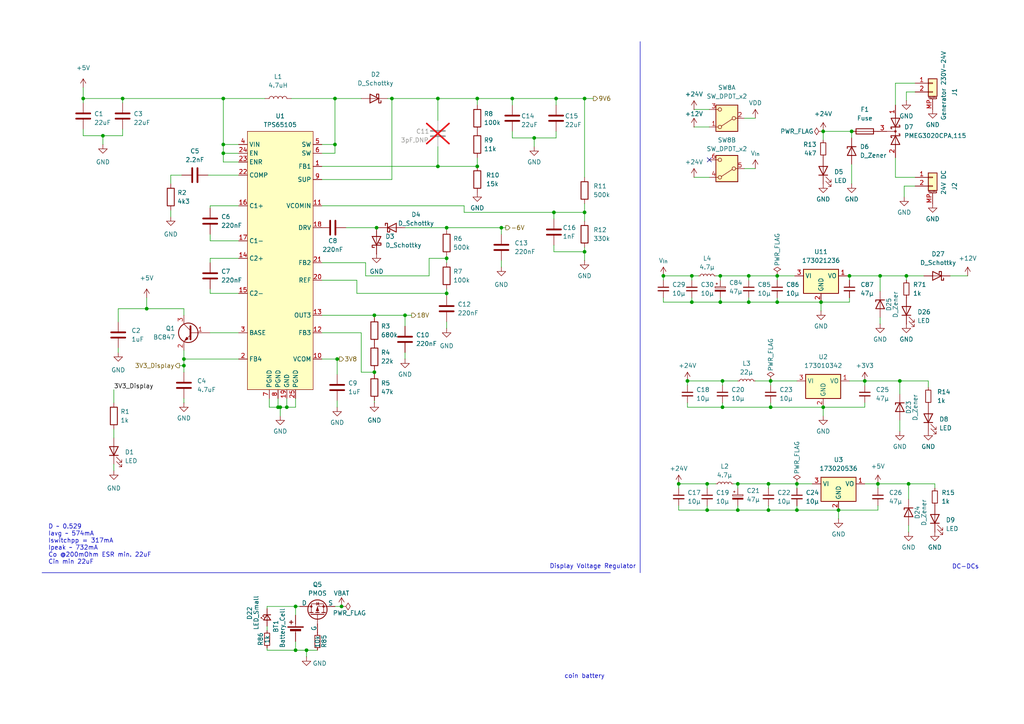
<source format=kicad_sch>
(kicad_sch
	(version 20250114)
	(generator "eeschema")
	(generator_version "9.0")
	(uuid "2e0788da-83c1-4cf9-982c-6e9feead5c48")
	(paper "A4")
	
	(text "Display Voltage Regulator"
		(exclude_from_sim no)
		(at 159.385 165.1 0)
		(effects
			(font
				(size 1.27 1.27)
			)
			(justify left bottom)
		)
		(uuid "1f474138-6b54-4b9f-883a-725cd7720b17")
	)
	(text "coin battery"
		(exclude_from_sim no)
		(at 169.545 196.215 0)
		(effects
			(font
				(size 1.27 1.27)
			)
		)
		(uuid "25ad2388-f90b-4078-a3ae-20a22f0d8887")
	)
	(text "D ~ 0.529\nIavg ~ 574mA\nIswitchpp = 317mA\nIpeak ~ 732mA\nCo @200mOhm ESR min. 22uF\nCin min 22uF"
		(exclude_from_sim no)
		(at 13.97 163.83 0)
		(effects
			(font
				(size 1.27 1.27)
			)
			(justify left bottom)
		)
		(uuid "33680474-88a3-4d9f-8dec-4a0171750541")
	)
	(text "DC-DCs"
		(exclude_from_sim no)
		(at 280.035 164.465 0)
		(effects
			(font
				(size 1.27 1.27)
			)
		)
		(uuid "7ad057ff-b9f7-4de2-9b33-2f1d30784b5b")
	)
	(junction
		(at 238.76 118.11)
		(diameter 0)
		(color 0 0 0 0)
		(uuid "04a24c58-7e9b-45c6-a81c-e6bd761e890c")
	)
	(junction
		(at 213.995 140.335)
		(diameter 0)
		(color 0 0 0 0)
		(uuid "06c0f182-3f01-4df1-8a91-76bc1a17447c")
	)
	(junction
		(at 222.885 147.955)
		(diameter 0)
		(color 0 0 0 0)
		(uuid "0e4f6690-f270-44bf-b823-20877548d9de")
	)
	(junction
		(at 169.545 73.025)
		(diameter 0)
		(color 0 0 0 0)
		(uuid "0eef11e6-76b0-4b3f-aa84-20f8c99ba4f2")
	)
	(junction
		(at 246.38 80.01)
		(diameter 0)
		(color 0 0 0 0)
		(uuid "1089cf66-a55b-4593-a08b-0121cf6f4917")
	)
	(junction
		(at 145.415 66.04)
		(diameter 0)
		(color 0 0 0 0)
		(uuid "111fa979-1c07-45e3-bde0-f5f2517309ef")
	)
	(junction
		(at 231.14 140.335)
		(diameter 0)
		(color 0 0 0 0)
		(uuid "1189832d-f541-4182-85cf-76441db3bde5")
	)
	(junction
		(at 127 28.575)
		(diameter 0)
		(color 0 0 0 0)
		(uuid "15fdf0a2-c1f2-4716-99a1-825076671288")
	)
	(junction
		(at 117.475 91.44)
		(diameter 0)
		(color 0 0 0 0)
		(uuid "1aff85bd-376b-4c3c-a19e-28410c588aa7")
	)
	(junction
		(at 108.585 107.95)
		(diameter 0)
		(color 0 0 0 0)
		(uuid "1b72607b-c177-45f5-ac9f-ed7fa7a64fb1")
	)
	(junction
		(at 85.725 188.595)
		(diameter 0)
		(color 0 0 0 0)
		(uuid "20c6504d-400e-4eff-a489-d6909af33f6c")
	)
	(junction
		(at 238.125 87.63)
		(diameter 0)
		(color 0 0 0 0)
		(uuid "299d0553-c2f1-48ab-8b03-79e4612e80d1")
	)
	(junction
		(at 205.105 140.335)
		(diameter 0)
		(color 0 0 0 0)
		(uuid "2ab8ada9-cf74-4f1d-a11c-ea239d5d2220")
	)
	(junction
		(at 238.76 38.1)
		(diameter 0)
		(color 0 0 0 0)
		(uuid "2d680fee-d381-4b13-af58-d69b1bf4bdaf")
	)
	(junction
		(at 223.52 110.49)
		(diameter 0)
		(color 0 0 0 0)
		(uuid "328351f1-a0f5-490e-9fe1-872dcb80d8e1")
	)
	(junction
		(at 169.545 28.575)
		(diameter 0)
		(color 0 0 0 0)
		(uuid "344e26dd-0ad0-428f-9526-295351b37e18")
	)
	(junction
		(at 138.43 28.575)
		(diameter 0)
		(color 0 0 0 0)
		(uuid "38c66eb7-fe12-4132-87a9-9f307a3d4eb9")
	)
	(junction
		(at 81.28 118.11)
		(diameter 0)
		(color 0 0 0 0)
		(uuid "3ae57a23-66e5-4f6a-9822-261b4ca414ba")
	)
	(junction
		(at 263.525 140.335)
		(diameter 0)
		(color 0 0 0 0)
		(uuid "3c8264dc-f49f-42ef-be70-382f80210034")
	)
	(junction
		(at 85.725 175.895)
		(diameter 0)
		(color 0 0 0 0)
		(uuid "43936ff4-b96c-4a8d-b5ce-a1db0e878645")
	)
	(junction
		(at 250.825 110.49)
		(diameter 0)
		(color 0 0 0 0)
		(uuid "4511e233-f111-4b3a-b25b-163e7713798c")
	)
	(junction
		(at 255.27 80.01)
		(diameter 0)
		(color 0 0 0 0)
		(uuid "49f6b963-2ae5-466f-9dd1-733c8d5966fc")
	)
	(junction
		(at 196.85 140.335)
		(diameter 0)
		(color 0 0 0 0)
		(uuid "4bc96748-d6a3-4db2-a6e8-1cc644e5753e")
	)
	(junction
		(at 53.34 104.14)
		(diameter 0)
		(color 0 0 0 0)
		(uuid "4c879827-91e5-4a71-a78c-ba2af39ff8cc")
	)
	(junction
		(at 217.17 80.01)
		(diameter 0)
		(color 0 0 0 0)
		(uuid "4cfe13dd-b081-4c9d-906a-6f01680f94b0")
	)
	(junction
		(at 208.915 80.01)
		(diameter 0)
		(color 0 0 0 0)
		(uuid "51455744-bbed-43b6-a59c-32da56372349")
	)
	(junction
		(at 217.17 87.63)
		(diameter 0)
		(color 0 0 0 0)
		(uuid "532980df-13f1-4b4f-bd8e-5ecb9afe0252")
	)
	(junction
		(at 169.545 61.595)
		(diameter 0)
		(color 0 0 0 0)
		(uuid "54c3dcc4-cce7-4bb6-a629-c4ac709b2919")
	)
	(junction
		(at 231.14 147.955)
		(diameter 0)
		(color 0 0 0 0)
		(uuid "5503c86b-1be4-41d6-9f38-9ec79f8809d0")
	)
	(junction
		(at 113.665 28.575)
		(diameter 0)
		(color 0 0 0 0)
		(uuid "55237c9f-e430-4b71-8e84-61e5fd99e243")
	)
	(junction
		(at 208.915 87.63)
		(diameter 0)
		(color 0 0 0 0)
		(uuid "557c88ca-139e-42e0-9019-6fef3f164702")
	)
	(junction
		(at 148.59 28.575)
		(diameter 0)
		(color 0 0 0 0)
		(uuid "59a705da-471f-4f1e-bffe-9c85045b320e")
	)
	(junction
		(at 222.885 140.335)
		(diameter 0)
		(color 0 0 0 0)
		(uuid "5a4015f9-032d-4d3d-913c-ef451306a780")
	)
	(junction
		(at 129.54 66.04)
		(diameter 0)
		(color 0 0 0 0)
		(uuid "5a704d20-2eda-4d66-87a0-8bb00c328bcf")
	)
	(junction
		(at 97.155 28.575)
		(diameter 0)
		(color 0 0 0 0)
		(uuid "5b385b3a-0445-40da-869e-baa34c1ab9d3")
	)
	(junction
		(at 262.89 80.01)
		(diameter 0)
		(color 0 0 0 0)
		(uuid "5dacea83-a477-4bdb-aa0d-3e4bb57963fd")
	)
	(junction
		(at 127 48.26)
		(diameter 0)
		(color 0 0 0 0)
		(uuid "5e3c3066-33ae-44aa-90ca-be14e326d06b")
	)
	(junction
		(at 209.55 110.49)
		(diameter 0)
		(color 0 0 0 0)
		(uuid "5fa5e9ea-85ff-4890-b60a-2622461a3342")
	)
	(junction
		(at 223.52 118.11)
		(diameter 0)
		(color 0 0 0 0)
		(uuid "5fa7211d-a933-4aea-bde3-164e64fe3f63")
	)
	(junction
		(at 88.9 188.595)
		(diameter 0)
		(color 0 0 0 0)
		(uuid "617de996-ff36-45ac-8fdb-8c86628df6d3")
	)
	(junction
		(at 209.55 118.11)
		(diameter 0)
		(color 0 0 0 0)
		(uuid "6a04c048-f0f1-48b0-bc1c-71429688fed0")
	)
	(junction
		(at 129.54 85.09)
		(diameter 0)
		(color 0 0 0 0)
		(uuid "7211e033-306c-4f5c-8969-3e6e32dd97c7")
	)
	(junction
		(at 154.94 40.005)
		(diameter 0)
		(color 0 0 0 0)
		(uuid "73010a7a-7a9a-46d9-83be-b5b73168b613")
	)
	(junction
		(at 97.155 41.91)
		(diameter 0)
		(color 0 0 0 0)
		(uuid "7402a9dc-42d2-48a3-b1d2-a3f8321a5335")
	)
	(junction
		(at 260.985 110.49)
		(diameter 0)
		(color 0 0 0 0)
		(uuid "776ec65d-f2e0-4d5f-9af0-f3e9e61482f2")
	)
	(junction
		(at 99.06 175.895)
		(diameter 0)
		(color 0 0 0 0)
		(uuid "7ca129e8-eb3d-4075-88d0-c7d563c0e619")
	)
	(junction
		(at 254.635 140.335)
		(diameter 0)
		(color 0 0 0 0)
		(uuid "852155d9-75fa-4971-882f-601461e6471e")
	)
	(junction
		(at 53.34 106.045)
		(diameter 0)
		(color 0 0 0 0)
		(uuid "880cbe12-459f-4608-8eb4-4562e51e675d")
	)
	(junction
		(at 109.22 66.04)
		(diameter 0)
		(color 0 0 0 0)
		(uuid "8a4a63e0-e849-40f9-91ee-96af092e47fd")
	)
	(junction
		(at 213.995 147.955)
		(diameter 0)
		(color 0 0 0 0)
		(uuid "8b98e2fb-4d6d-4946-a73a-5b44141d0f81")
	)
	(junction
		(at 64.77 41.91)
		(diameter 0)
		(color 0 0 0 0)
		(uuid "8bd06123-3b1f-4075-822e-b7d3ffc7ad6e")
	)
	(junction
		(at 108.585 91.44)
		(diameter 0)
		(color 0 0 0 0)
		(uuid "98259442-0017-4839-bdf1-ccc12bd3d4f7")
	)
	(junction
		(at 24.13 28.575)
		(diameter 0)
		(color 0 0 0 0)
		(uuid "9f6413a3-f858-4400-99b1-ddc817355d01")
	)
	(junction
		(at 225.425 80.01)
		(diameter 0)
		(color 0 0 0 0)
		(uuid "a4e98e08-1f4a-46b7-bbca-8e9366c9c91d")
	)
	(junction
		(at 247.015 38.1)
		(diameter 0)
		(color 0 0 0 0)
		(uuid "a8f9191a-be3c-46ee-88e1-87ee98882e18")
	)
	(junction
		(at 129.54 74.93)
		(diameter 0)
		(color 0 0 0 0)
		(uuid "ac6cee30-b003-4257-a4d2-6306d34acee1")
	)
	(junction
		(at 35.56 28.575)
		(diameter 0)
		(color 0 0 0 0)
		(uuid "acd4fa46-8ba8-4b24-9066-b22d8cf3695d")
	)
	(junction
		(at 29.845 39.37)
		(diameter 0)
		(color 0 0 0 0)
		(uuid "ad197f75-bdb0-4b36-aa2e-000b73036df8")
	)
	(junction
		(at 200.66 87.63)
		(diameter 0)
		(color 0 0 0 0)
		(uuid "b75b5b2a-9e27-4bf9-8689-23fa155af9aa")
	)
	(junction
		(at 205.105 147.955)
		(diameter 0)
		(color 0 0 0 0)
		(uuid "bb8147b5-df2f-4f1f-b47e-d53b75aaa380")
	)
	(junction
		(at 243.205 147.955)
		(diameter 0)
		(color 0 0 0 0)
		(uuid "bde9bff5-32a4-42ae-899d-568ddf240b6b")
	)
	(junction
		(at 64.77 44.45)
		(diameter 0)
		(color 0 0 0 0)
		(uuid "c1c24b44-9fed-402f-8691-27fc96c5a404")
	)
	(junction
		(at 192.405 80.01)
		(diameter 0)
		(color 0 0 0 0)
		(uuid "cc9e3bdf-8a42-4de5-9a80-c904175987a6")
	)
	(junction
		(at 200.66 80.01)
		(diameter 0)
		(color 0 0 0 0)
		(uuid "cfcb68e8-e385-4f5a-a7b3-1c411cdbdeaa")
	)
	(junction
		(at 97.79 104.14)
		(diameter 0)
		(color 0 0 0 0)
		(uuid "d3af76d2-6f6b-4958-8007-465843bcff28")
	)
	(junction
		(at 42.545 89.535)
		(diameter 0)
		(color 0 0 0 0)
		(uuid "e12a7a30-2a13-4e59-a86b-14e9581d754f")
	)
	(junction
		(at 138.43 48.26)
		(diameter 0)
		(color 0 0 0 0)
		(uuid "e164d6d7-daed-4ba2-a4fa-8829f5fa4bf1")
	)
	(junction
		(at 64.77 28.575)
		(diameter 0)
		(color 0 0 0 0)
		(uuid "e2e0303f-2626-44a8-827b-a48f153b57b1")
	)
	(junction
		(at 225.425 87.63)
		(diameter 0)
		(color 0 0 0 0)
		(uuid "e4b24eb3-b346-49e2-a819-64a2594ca11e")
	)
	(junction
		(at 199.39 110.49)
		(diameter 0)
		(color 0 0 0 0)
		(uuid "ea330dce-f339-4a47-abfa-3285e15e9c53")
	)
	(junction
		(at 83.185 118.11)
		(diameter 0)
		(color 0 0 0 0)
		(uuid "eabb1f12-056b-4086-8108-3847910fb0d1")
	)
	(junction
		(at 160.655 61.595)
		(diameter 0)
		(color 0 0 0 0)
		(uuid "eb201b61-3b4a-4eed-b18a-c997c19d7db8")
	)
	(junction
		(at 80.645 118.11)
		(diameter 0)
		(color 0 0 0 0)
		(uuid "eb96f160-0639-40eb-a4cf-f184fd8acebd")
	)
	(junction
		(at 161.29 28.575)
		(diameter 0)
		(color 0 0 0 0)
		(uuid "eecf3a55-a51b-4037-bc03-6c24e0b5c442")
	)
	(no_connect
		(at 205.74 46.355)
		(uuid "861b016d-7df8-4a53-a5e9-ace0786dbdd1")
	)
	(wire
		(pts
			(xy 108.585 116.84) (xy 108.585 116.205)
		)
		(stroke
			(width 0)
			(type default)
		)
		(uuid "00823f29-0ed6-4b92-afdd-b2458f8bb606")
	)
	(wire
		(pts
			(xy 259.715 51.435) (xy 259.715 45.72)
		)
		(stroke
			(width 0)
			(type default)
		)
		(uuid "01d5c222-f50c-448c-ab1c-ce44f0e6fca5")
	)
	(wire
		(pts
			(xy 262.89 81.28) (xy 262.89 80.01)
		)
		(stroke
			(width 0)
			(type default)
		)
		(uuid "022ef72d-26ea-4f6e-b114-935d51d77c25")
	)
	(wire
		(pts
			(xy 192.405 87.63) (xy 200.66 87.63)
		)
		(stroke
			(width 0)
			(type default)
		)
		(uuid "02e17ae8-d4f4-4bdf-ab71-ecc5bda71e98")
	)
	(wire
		(pts
			(xy 246.38 80.01) (xy 246.38 81.28)
		)
		(stroke
			(width 0)
			(type default)
		)
		(uuid "02e2f1f3-122e-408d-92d2-90f26e2862d9")
	)
	(wire
		(pts
			(xy 263.525 140.335) (xy 254.635 140.335)
		)
		(stroke
			(width 0)
			(type default)
		)
		(uuid "0784bf0b-86f7-4ff9-ac50-b3ba095a2955")
	)
	(wire
		(pts
			(xy 53.34 106.045) (xy 53.34 107.95)
		)
		(stroke
			(width 0)
			(type default)
		)
		(uuid "0799669d-565f-4907-8ed6-4e84a36a826f")
	)
	(wire
		(pts
			(xy 129.54 85.09) (xy 129.54 85.725)
		)
		(stroke
			(width 0)
			(type default)
		)
		(uuid "07ec2872-4565-4fd8-959e-8f2af70ca30b")
	)
	(wire
		(pts
			(xy 49.53 60.96) (xy 49.53 62.865)
		)
		(stroke
			(width 0)
			(type default)
		)
		(uuid "080956e7-576e-44ee-9c9c-360358df7091")
	)
	(wire
		(pts
			(xy 201.295 51.435) (xy 205.74 51.435)
		)
		(stroke
			(width 0)
			(type default)
		)
		(uuid "0852fda2-7237-4b7f-80f6-a7b6ead55ce4")
	)
	(wire
		(pts
			(xy 217.17 87.63) (xy 225.425 87.63)
		)
		(stroke
			(width 0)
			(type default)
		)
		(uuid "08fee6dc-8443-4ffc-a21c-bfad204b568b")
	)
	(wire
		(pts
			(xy 117.475 66.04) (xy 129.54 66.04)
		)
		(stroke
			(width 0)
			(type default)
		)
		(uuid "0a825527-7b27-4b9a-a7f6-00a4872c8489")
	)
	(wire
		(pts
			(xy 103.505 81.28) (xy 103.505 85.09)
		)
		(stroke
			(width 0)
			(type default)
		)
		(uuid "0a831453-75b6-47ab-904c-b600c87ef6b9")
	)
	(wire
		(pts
			(xy 64.77 46.99) (xy 64.77 44.45)
		)
		(stroke
			(width 0)
			(type default)
		)
		(uuid "0ac840e0-b447-402f-b2e4-f37f6065362a")
	)
	(wire
		(pts
			(xy 207.645 80.01) (xy 208.915 80.01)
		)
		(stroke
			(width 0)
			(type default)
		)
		(uuid "0ad63bec-366f-48db-b5cd-745c45371132")
	)
	(wire
		(pts
			(xy 108.585 91.44) (xy 108.585 92.075)
		)
		(stroke
			(width 0)
			(type default)
		)
		(uuid "0b2e23e4-beac-4bd1-be47-6b52b832fb7c")
	)
	(wire
		(pts
			(xy 145.415 66.04) (xy 146.685 66.04)
		)
		(stroke
			(width 0)
			(type default)
		)
		(uuid "0e047021-d1ef-4727-9754-e9dc1692b3ca")
	)
	(wire
		(pts
			(xy 200.66 87.63) (xy 208.915 87.63)
		)
		(stroke
			(width 0)
			(type default)
		)
		(uuid "0ea2b77c-e8b8-40b7-9e39-024a1d4b5c81")
	)
	(wire
		(pts
			(xy 259.715 24.13) (xy 265.43 24.13)
		)
		(stroke
			(width 0)
			(type default)
		)
		(uuid "0f6fedef-d831-419e-8095-bd13e46f06de")
	)
	(wire
		(pts
			(xy 199.39 110.49) (xy 199.39 111.76)
		)
		(stroke
			(width 0)
			(type default)
		)
		(uuid "0fc213a9-8817-48cf-8836-66336aa93cfa")
	)
	(wire
		(pts
			(xy 208.915 86.36) (xy 208.915 87.63)
		)
		(stroke
			(width 0)
			(type default)
		)
		(uuid "1164c59b-b518-410d-82be-1eb68424b5ba")
	)
	(wire
		(pts
			(xy 93.345 91.44) (xy 108.585 91.44)
		)
		(stroke
			(width 0)
			(type default)
		)
		(uuid "163b8def-cacd-4a76-822e-3fb9e29d98bf")
	)
	(wire
		(pts
			(xy 76.835 28.575) (xy 64.77 28.575)
		)
		(stroke
			(width 0)
			(type default)
		)
		(uuid "17ac2bd9-85ec-48d8-b4ea-5c8f921070e6")
	)
	(wire
		(pts
			(xy 33.02 134.62) (xy 33.02 136.525)
		)
		(stroke
			(width 0)
			(type default)
		)
		(uuid "1964f7d3-f983-4af4-9501-c4191a058a6e")
	)
	(wire
		(pts
			(xy 254.635 146.685) (xy 254.635 147.955)
		)
		(stroke
			(width 0)
			(type default)
		)
		(uuid "1b51f0eb-7bb4-40fd-8a18-b2b7c8dece5a")
	)
	(wire
		(pts
			(xy 129.54 66.04) (xy 145.415 66.04)
		)
		(stroke
			(width 0)
			(type default)
		)
		(uuid "1c0e80f2-a924-48f1-b1a4-5e4b60c86556")
	)
	(wire
		(pts
			(xy 199.39 110.49) (xy 209.55 110.49)
		)
		(stroke
			(width 0)
			(type default)
		)
		(uuid "1d87bcf4-7b10-4fa6-b5d8-4a243a3dec00")
	)
	(wire
		(pts
			(xy 254.635 147.955) (xy 243.205 147.955)
		)
		(stroke
			(width 0)
			(type default)
		)
		(uuid "1eae38f9-6fb6-4b12-919c-8df80453afaa")
	)
	(wire
		(pts
			(xy 97.155 44.45) (xy 97.155 41.91)
		)
		(stroke
			(width 0)
			(type default)
		)
		(uuid "1f385b83-cc47-4a50-b4f9-6e8bb1cc4ede")
	)
	(wire
		(pts
			(xy 80.645 115.57) (xy 80.645 118.11)
		)
		(stroke
			(width 0)
			(type default)
		)
		(uuid "221dba15-c87b-4d35-8df1-58681aea5818")
	)
	(wire
		(pts
			(xy 53.34 101.6) (xy 53.34 104.14)
		)
		(stroke
			(width 0)
			(type default)
		)
		(uuid "22da2ddb-ad12-4205-b387-df7f05c0291f")
	)
	(wire
		(pts
			(xy 83.185 118.11) (xy 85.725 118.11)
		)
		(stroke
			(width 0)
			(type default)
		)
		(uuid "23471649-e877-40d3-94d4-eef45059f441")
	)
	(wire
		(pts
			(xy 127 48.26) (xy 138.43 48.26)
		)
		(stroke
			(width 0)
			(type default)
		)
		(uuid "23aaa91e-ce39-4097-bb81-338f8cae24de")
	)
	(wire
		(pts
			(xy 60.96 59.69) (xy 69.215 59.69)
		)
		(stroke
			(width 0)
			(type default)
		)
		(uuid "24c96bfc-e05f-4742-ab89-580e45bdb5bc")
	)
	(wire
		(pts
			(xy 127 42.545) (xy 127 48.26)
		)
		(stroke
			(width 0)
			(type default)
		)
		(uuid "25928ed3-3d8c-4e5f-aa6c-ff9793b22490")
	)
	(wire
		(pts
			(xy 160.655 63.5) (xy 160.655 61.595)
		)
		(stroke
			(width 0)
			(type default)
		)
		(uuid "27933751-b7f1-48c0-9df9-818b6dfc358c")
	)
	(wire
		(pts
			(xy 77.47 182.88) (xy 77.47 181.61)
		)
		(stroke
			(width 0)
			(type default)
		)
		(uuid "27d56523-9cc2-4fdf-8ba4-4ccc85f8ac25")
	)
	(wire
		(pts
			(xy 223.52 118.11) (xy 238.76 118.11)
		)
		(stroke
			(width 0)
			(type default)
		)
		(uuid "27fdb692-1032-457e-a1eb-5217ad52ed2d")
	)
	(wire
		(pts
			(xy 217.17 80.01) (xy 217.17 81.28)
		)
		(stroke
			(width 0)
			(type default)
		)
		(uuid "28e37e95-180d-446b-a77b-72da201c221d")
	)
	(wire
		(pts
			(xy 260.985 114.3) (xy 260.985 110.49)
		)
		(stroke
			(width 0)
			(type default)
		)
		(uuid "2a6da690-b28e-47b3-b9d7-4bdb0d713c0c")
	)
	(wire
		(pts
			(xy 93.345 66.04) (xy 92.71 66.04)
		)
		(stroke
			(width 0)
			(type default)
		)
		(uuid "2aee96eb-356d-44d9-bb29-b019a73320a5")
	)
	(wire
		(pts
			(xy 238.76 38.1) (xy 247.015 38.1)
		)
		(stroke
			(width 0)
			(type default)
		)
		(uuid "2b7b12dd-87cc-4177-b7c0-9d9cf43eb25a")
	)
	(wire
		(pts
			(xy 246.38 110.49) (xy 250.825 110.49)
		)
		(stroke
			(width 0)
			(type default)
		)
		(uuid "2c5e1399-a2da-45ff-9723-90f773008009")
	)
	(wire
		(pts
			(xy 134.62 59.69) (xy 134.62 61.595)
		)
		(stroke
			(width 0)
			(type default)
		)
		(uuid "300ab485-da27-45a6-a497-e273fd765e8c")
	)
	(wire
		(pts
			(xy 250.825 110.49) (xy 250.825 111.76)
		)
		(stroke
			(width 0)
			(type default)
		)
		(uuid "302dd4f2-4a33-462d-8779-06c1161c641e")
	)
	(wire
		(pts
			(xy 192.405 80.01) (xy 200.66 80.01)
		)
		(stroke
			(width 0)
			(type default)
		)
		(uuid "327d0869-9849-4584-bbe7-285f754862a1")
	)
	(wire
		(pts
			(xy 199.39 118.11) (xy 209.55 118.11)
		)
		(stroke
			(width 0)
			(type default)
		)
		(uuid "332369f9-b2c1-4afc-8575-ba8f738f7f55")
	)
	(wire
		(pts
			(xy 196.85 140.335) (xy 196.85 141.605)
		)
		(stroke
			(width 0)
			(type default)
		)
		(uuid "3356ecf4-e784-4cfb-92ad-862b46ff013b")
	)
	(wire
		(pts
			(xy 209.55 110.49) (xy 213.995 110.49)
		)
		(stroke
			(width 0)
			(type default)
		)
		(uuid "3614b7ff-5afc-4028-9773-3f0c7087bc24")
	)
	(wire
		(pts
			(xy 169.545 59.055) (xy 169.545 61.595)
		)
		(stroke
			(width 0)
			(type default)
		)
		(uuid "37617cd5-34d5-4cb1-bc81-6451281932c5")
	)
	(wire
		(pts
			(xy 160.655 73.025) (xy 160.655 71.12)
		)
		(stroke
			(width 0)
			(type default)
		)
		(uuid "38d260f8-76f5-44dd-9720-2a213e915413")
	)
	(wire
		(pts
			(xy 262.89 80.01) (xy 267.97 80.01)
		)
		(stroke
			(width 0)
			(type default)
		)
		(uuid "395a8857-bab2-46f5-bdd1-d360b4d97c44")
	)
	(wire
		(pts
			(xy 88.9 188.595) (xy 92.075 188.595)
		)
		(stroke
			(width 0)
			(type default)
		)
		(uuid "39b8ac3e-6124-4f47-ba62-890e20a27dde")
	)
	(wire
		(pts
			(xy 201.295 36.83) (xy 205.74 36.83)
		)
		(stroke
			(width 0)
			(type default)
		)
		(uuid "3bf3f36d-bca9-4778-b973-b1ddb8638674")
	)
	(wire
		(pts
			(xy 169.545 73.025) (xy 169.545 75.565)
		)
		(stroke
			(width 0)
			(type default)
		)
		(uuid "3c5f13ae-ad87-44f8-b10b-2a06880895da")
	)
	(wire
		(pts
			(xy 85.725 188.595) (xy 88.9 188.595)
		)
		(stroke
			(width 0)
			(type default)
		)
		(uuid "3cf211f2-f4d5-47f7-9bb3-78777d351606")
	)
	(wire
		(pts
			(xy 262.89 80.01) (xy 255.27 80.01)
		)
		(stroke
			(width 0)
			(type default)
		)
		(uuid "3d613838-787c-4c62-b59d-bcd8b02700a5")
	)
	(wire
		(pts
			(xy 53.34 115.57) (xy 53.34 116.84)
		)
		(stroke
			(width 0)
			(type default)
		)
		(uuid "3e5771b7-425e-4cea-8f07-1611dbbbc8c1")
	)
	(wire
		(pts
			(xy 124.46 74.93) (xy 129.54 74.93)
		)
		(stroke
			(width 0)
			(type default)
		)
		(uuid "3ed12c7c-34f2-4e62-a8b5-51abf30d6efa")
	)
	(wire
		(pts
			(xy 81.28 118.11) (xy 83.185 118.11)
		)
		(stroke
			(width 0)
			(type default)
		)
		(uuid "3fa49fd2-5e38-4518-bcaf-7808cb6d4aed")
	)
	(wire
		(pts
			(xy 93.345 81.28) (xy 103.505 81.28)
		)
		(stroke
			(width 0)
			(type default)
		)
		(uuid "3ffad75b-d711-4886-b77c-cec67b83eda9")
	)
	(wire
		(pts
			(xy 145.415 66.04) (xy 145.415 67.945)
		)
		(stroke
			(width 0)
			(type default)
		)
		(uuid "428491b2-7a74-46cd-bdd8-2c392c94f34c")
	)
	(wire
		(pts
			(xy 231.14 147.955) (xy 243.205 147.955)
		)
		(stroke
			(width 0)
			(type default)
		)
		(uuid "44ac89d5-fab8-4881-932b-38f36f429c6a")
	)
	(wire
		(pts
			(xy 24.13 37.465) (xy 24.13 39.37)
		)
		(stroke
			(width 0)
			(type default)
		)
		(uuid "4503344e-d636-487f-aa1d-09061e794e89")
	)
	(wire
		(pts
			(xy 35.56 29.845) (xy 35.56 28.575)
		)
		(stroke
			(width 0)
			(type default)
		)
		(uuid "45f9194a-fefb-4742-9660-7fe8e4d30a8d")
	)
	(wire
		(pts
			(xy 219.075 110.49) (xy 223.52 110.49)
		)
		(stroke
			(width 0)
			(type default)
		)
		(uuid "480bee3c-39e6-407a-89ac-1313197ace6a")
	)
	(wire
		(pts
			(xy 255.27 92.075) (xy 255.27 93.98)
		)
		(stroke
			(width 0)
			(type default)
		)
		(uuid "496104cf-75a9-4f8a-8cde-c4ac22bd0f39")
	)
	(wire
		(pts
			(xy 247.015 47.625) (xy 247.015 53.34)
		)
		(stroke
			(width 0)
			(type default)
		)
		(uuid "4a7cbbdd-5cf8-47cb-b2f7-c1bae73c379c")
	)
	(wire
		(pts
			(xy 53.34 104.14) (xy 53.34 106.045)
		)
		(stroke
			(width 0)
			(type default)
		)
		(uuid "4a9bf28b-3854-4f5d-86aa-f17baa6a09f9")
	)
	(wire
		(pts
			(xy 160.655 61.595) (xy 169.545 61.595)
		)
		(stroke
			(width 0)
			(type default)
		)
		(uuid "4adf77c0-8891-473c-b37b-e31840999359")
	)
	(wire
		(pts
			(xy 93.345 52.07) (xy 113.665 52.07)
		)
		(stroke
			(width 0)
			(type default)
		)
		(uuid "4c41f729-a7aa-477e-a842-37838a2b18f0")
	)
	(wire
		(pts
			(xy 97.79 116.205) (xy 97.79 118.11)
		)
		(stroke
			(width 0)
			(type default)
		)
		(uuid "4d35691e-4f3d-41e8-9a99-c92c22cf42d0")
	)
	(wire
		(pts
			(xy 129.54 74.93) (xy 129.54 76.2)
		)
		(stroke
			(width 0)
			(type default)
		)
		(uuid "4e1213c0-0844-4472-8738-ede19ad5a24e")
	)
	(wire
		(pts
			(xy 24.13 29.845) (xy 24.13 28.575)
		)
		(stroke
			(width 0)
			(type default)
		)
		(uuid "4e66fede-4bd0-4b9c-aa91-1d39619d61f3")
	)
	(wire
		(pts
			(xy 138.43 28.575) (xy 138.43 30.48)
		)
		(stroke
			(width 0)
			(type default)
		)
		(uuid "4e9a23db-c1ec-4e36-98bc-5688e1210cd2")
	)
	(wire
		(pts
			(xy 97.79 104.14) (xy 98.425 104.14)
		)
		(stroke
			(width 0)
			(type default)
		)
		(uuid "5042ffc9-f488-4bd7-bd38-fe064d044d8e")
	)
	(wire
		(pts
			(xy 246.38 87.63) (xy 238.125 87.63)
		)
		(stroke
			(width 0)
			(type default)
		)
		(uuid "5100a936-0db3-4889-b87e-d87c74648fbd")
	)
	(wire
		(pts
			(xy 42.545 86.36) (xy 42.545 89.535)
		)
		(stroke
			(width 0)
			(type default)
		)
		(uuid "51649ea1-af40-4422-810d-cdd7e45b347c")
	)
	(wire
		(pts
			(xy 97.155 175.895) (xy 99.06 175.895)
		)
		(stroke
			(width 0)
			(type default)
		)
		(uuid "53698d79-18f6-479d-8a5a-164d3c4c084d")
	)
	(wire
		(pts
			(xy 60.96 96.52) (xy 69.215 96.52)
		)
		(stroke
			(width 0)
			(type default)
		)
		(uuid "54264b9f-8dba-4eb3-9bf5-e99612feb0a4")
	)
	(wire
		(pts
			(xy 200.66 86.36) (xy 200.66 87.63)
		)
		(stroke
			(width 0)
			(type default)
		)
		(uuid "54851863-98c8-4982-9959-a62775c2b536")
	)
	(wire
		(pts
			(xy 217.17 86.36) (xy 217.17 87.63)
		)
		(stroke
			(width 0)
			(type default)
		)
		(uuid "54e92586-c85c-4815-bfc5-0af966df9e58")
	)
	(wire
		(pts
			(xy 83.185 115.57) (xy 83.185 118.11)
		)
		(stroke
			(width 0)
			(type default)
		)
		(uuid "55e01c7c-916c-475f-be83-ee46860b0f12")
	)
	(wire
		(pts
			(xy 85.725 175.895) (xy 86.995 175.895)
		)
		(stroke
			(width 0)
			(type default)
		)
		(uuid "589ef9bb-044d-4921-b68f-8976557c9f44")
	)
	(wire
		(pts
			(xy 246.38 86.36) (xy 246.38 87.63)
		)
		(stroke
			(width 0)
			(type default)
		)
		(uuid "58b057f8-443b-4581-af4e-448aab2ff407")
	)
	(wire
		(pts
			(xy 243.205 147.955) (xy 243.205 150.495)
		)
		(stroke
			(width 0)
			(type default)
		)
		(uuid "59e0d06b-cd48-45c4-a673-afeae9475e71")
	)
	(wire
		(pts
			(xy 223.52 110.49) (xy 231.14 110.49)
		)
		(stroke
			(width 0)
			(type default)
		)
		(uuid "5a092afa-26ce-4acf-9da0-d2d8700de100")
	)
	(wire
		(pts
			(xy 212.725 140.335) (xy 213.995 140.335)
		)
		(stroke
			(width 0)
			(type default)
		)
		(uuid "5ac9dccd-b877-4c45-9b87-2745bb154a56")
	)
	(wire
		(pts
			(xy 77.47 187.96) (xy 77.47 188.595)
		)
		(stroke
			(width 0)
			(type default)
		)
		(uuid "5b63b692-fa0f-4806-8867-ac320db62bc8")
	)
	(wire
		(pts
			(xy 208.915 80.01) (xy 217.17 80.01)
		)
		(stroke
			(width 0)
			(type default)
		)
		(uuid "5da2f422-4112-480b-aaa5-5456c4db5bab")
	)
	(wire
		(pts
			(xy 231.14 140.335) (xy 231.14 141.605)
		)
		(stroke
			(width 0)
			(type default)
		)
		(uuid "5ea3e315-df2f-48a8-96ed-2eaa15b323b6")
	)
	(wire
		(pts
			(xy 60.325 50.8) (xy 69.215 50.8)
		)
		(stroke
			(width 0)
			(type default)
		)
		(uuid "617ebabc-9728-49d9-9e00-efeb649c11f6")
	)
	(wire
		(pts
			(xy 77.47 175.895) (xy 85.725 175.895)
		)
		(stroke
			(width 0)
			(type default)
		)
		(uuid "64e33007-1f91-4727-b2da-f7f185fcf927")
	)
	(wire
		(pts
			(xy 77.47 176.53) (xy 77.47 175.895)
		)
		(stroke
			(width 0)
			(type default)
		)
		(uuid "66623c41-9249-4d0f-a773-aef151785949")
	)
	(wire
		(pts
			(xy 231.14 146.685) (xy 231.14 147.955)
		)
		(stroke
			(width 0)
			(type default)
		)
		(uuid "667d36d3-48b8-4b44-b1fa-ee04e1f5c87d")
	)
	(wire
		(pts
			(xy 60.96 74.93) (xy 69.215 74.93)
		)
		(stroke
			(width 0)
			(type default)
		)
		(uuid "66b80e20-c5b1-452c-9103-9af133e4d706")
	)
	(wire
		(pts
			(xy 108.585 107.95) (xy 104.775 107.95)
		)
		(stroke
			(width 0)
			(type default)
		)
		(uuid "67b76565-5e98-4729-99f3-4273774598b5")
	)
	(wire
		(pts
			(xy 49.53 50.8) (xy 49.53 53.34)
		)
		(stroke
			(width 0)
			(type default)
		)
		(uuid "68479ddf-a13d-466d-a3dd-c310eda8a653")
	)
	(wire
		(pts
			(xy 148.59 38.1) (xy 148.59 40.005)
		)
		(stroke
			(width 0)
			(type default)
		)
		(uuid "6c2b85b8-c251-4011-a20c-e9d26d6c48a3")
	)
	(wire
		(pts
			(xy 60.96 60.325) (xy 60.96 59.69)
		)
		(stroke
			(width 0)
			(type default)
		)
		(uuid "6dbbb99c-db6b-4ccc-b564-a41e646c330c")
	)
	(wire
		(pts
			(xy 69.215 41.91) (xy 64.77 41.91)
		)
		(stroke
			(width 0)
			(type default)
		)
		(uuid "6e623211-e1cd-4bb0-8c65-12b92a48f710")
	)
	(wire
		(pts
			(xy 208.915 80.01) (xy 208.915 81.28)
		)
		(stroke
			(width 0)
			(type default)
		)
		(uuid "6f730d1c-9b3a-40bd-9ef6-9792ca0e8aed")
	)
	(wire
		(pts
			(xy 93.345 44.45) (xy 97.155 44.45)
		)
		(stroke
			(width 0)
			(type default)
		)
		(uuid "701e3aab-ec5b-4755-bb01-b828558ba117")
	)
	(wire
		(pts
			(xy 209.55 116.84) (xy 209.55 118.11)
		)
		(stroke
			(width 0)
			(type default)
		)
		(uuid "70876b54-5088-4016-b2c6-b9cdcb757352")
	)
	(wire
		(pts
			(xy 223.52 110.49) (xy 223.52 111.76)
		)
		(stroke
			(width 0)
			(type default)
		)
		(uuid "712cf10d-3255-4a39-896b-4c3e9382c6bb")
	)
	(wire
		(pts
			(xy 64.77 41.91) (xy 64.77 44.45)
		)
		(stroke
			(width 0)
			(type default)
		)
		(uuid "73f9ed79-636c-4d16-b0ba-9b534cedcbd4")
	)
	(wire
		(pts
			(xy 208.915 87.63) (xy 217.17 87.63)
		)
		(stroke
			(width 0)
			(type default)
		)
		(uuid "75478ddb-1552-494a-86fc-42322ee3b716")
	)
	(wire
		(pts
			(xy 113.665 52.07) (xy 113.665 28.575)
		)
		(stroke
			(width 0)
			(type default)
		)
		(uuid "75501156-2b60-4ebc-abfc-4b7c0bc99d2c")
	)
	(wire
		(pts
			(xy 97.79 104.14) (xy 93.345 104.14)
		)
		(stroke
			(width 0)
			(type default)
		)
		(uuid "773e3727-396a-430f-829a-1968126d4e63")
	)
	(wire
		(pts
			(xy 161.29 28.575) (xy 161.29 30.48)
		)
		(stroke
			(width 0)
			(type default)
		)
		(uuid "77434a9a-e97c-4f9b-8efa-a7dc56aa4462")
	)
	(wire
		(pts
			(xy 222.885 140.335) (xy 231.14 140.335)
		)
		(stroke
			(width 0)
			(type default)
		)
		(uuid "77962264-d713-4ddf-a55d-58dc53a2553c")
	)
	(wire
		(pts
			(xy 238.76 118.11) (xy 238.76 120.65)
		)
		(stroke
			(width 0)
			(type default)
		)
		(uuid "79e771bd-867c-48d0-9c84-c44a0cc2997a")
	)
	(wire
		(pts
			(xy 60.96 85.09) (xy 60.96 83.82)
		)
		(stroke
			(width 0)
			(type default)
		)
		(uuid "7a908a54-37ff-4256-af3c-d37a3211a15b")
	)
	(wire
		(pts
			(xy 148.59 28.575) (xy 148.59 30.48)
		)
		(stroke
			(width 0)
			(type default)
		)
		(uuid "7cbe0ff7-148d-4655-918d-3fd6cb63e2aa")
	)
	(wire
		(pts
			(xy 222.885 147.955) (xy 231.14 147.955)
		)
		(stroke
			(width 0)
			(type default)
		)
		(uuid "7cd4b97d-4582-43af-aca8-950338b402d8")
	)
	(wire
		(pts
			(xy 254.635 140.335) (xy 254.635 141.605)
		)
		(stroke
			(width 0)
			(type default)
		)
		(uuid "7d05d595-c664-446c-899f-b00e20cb5d7c")
	)
	(wire
		(pts
			(xy 24.13 28.575) (xy 35.56 28.575)
		)
		(stroke
			(width 0)
			(type default)
		)
		(uuid "822293f7-6596-4b27-8151-6d886cf56857")
	)
	(wire
		(pts
			(xy 238.125 87.63) (xy 238.125 90.17)
		)
		(stroke
			(width 0)
			(type default)
		)
		(uuid "864fed1c-eda1-4cb4-a286-ea2d38c2f9a6")
	)
	(wire
		(pts
			(xy 69.215 85.09) (xy 60.96 85.09)
		)
		(stroke
			(width 0)
			(type default)
		)
		(uuid "86f78524-9a71-4576-a34f-c214cf02f681")
	)
	(wire
		(pts
			(xy 265.43 51.435) (xy 259.715 51.435)
		)
		(stroke
			(width 0)
			(type default)
		)
		(uuid "87012fd7-8a04-4de3-b126-2893f3235d87")
	)
	(wire
		(pts
			(xy 161.29 40.005) (xy 161.29 38.1)
		)
		(stroke
			(width 0)
			(type default)
		)
		(uuid "873732d0-bc89-4cd2-80b5-b67e8ac37788")
	)
	(wire
		(pts
			(xy 97.79 108.585) (xy 97.79 104.14)
		)
		(stroke
			(width 0)
			(type default)
		)
		(uuid "8798140f-a61d-4399-a02f-340a61efc57d")
	)
	(wire
		(pts
			(xy 129.54 74.295) (xy 129.54 74.93)
		)
		(stroke
			(width 0)
			(type default)
		)
		(uuid "88f13fe5-ddc3-4a21-b5bb-3f329bf29ec0")
	)
	(wire
		(pts
			(xy 169.545 61.595) (xy 169.545 64.135)
		)
		(stroke
			(width 0)
			(type default)
		)
		(uuid "897704ad-d967-4d2d-8238-9398ddfd04e8")
	)
	(wire
		(pts
			(xy 129.54 93.345) (xy 129.54 95.25)
		)
		(stroke
			(width 0)
			(type default)
		)
		(uuid "89de10db-0bda-4bc4-9a11-7f45b3fef9be")
	)
	(wire
		(pts
			(xy 213.995 147.955) (xy 222.885 147.955)
		)
		(stroke
			(width 0)
			(type default)
		)
		(uuid "8a27771f-2b91-4f3b-9898-b82752fb21fc")
	)
	(wire
		(pts
			(xy 69.215 69.85) (xy 60.96 69.85)
		)
		(stroke
			(width 0)
			(type default)
		)
		(uuid "8a8dc90e-ea11-473f-9e5a-ccd56726e7dd")
	)
	(wire
		(pts
			(xy 215.9 48.895) (xy 219.075 48.895)
		)
		(stroke
			(width 0)
			(type default)
		)
		(uuid "8aae364e-1e01-4bbd-9f18-cefdb2d017ec")
	)
	(wire
		(pts
			(xy 69.215 46.99) (xy 64.77 46.99)
		)
		(stroke
			(width 0)
			(type default)
		)
		(uuid "8acd4fdb-7a63-49b9-921f-6a3c041e95ba")
	)
	(wire
		(pts
			(xy 225.425 80.01) (xy 230.505 80.01)
		)
		(stroke
			(width 0)
			(type default)
		)
		(uuid "8ad252e2-9972-489d-806c-96491216bf04")
	)
	(wire
		(pts
			(xy 271.145 141.605) (xy 271.145 140.335)
		)
		(stroke
			(width 0)
			(type default)
		)
		(uuid "8cc7a730-cb1f-4afb-b5f0-1c9155a349c3")
	)
	(wire
		(pts
			(xy 78.105 118.11) (xy 78.105 115.57)
		)
		(stroke
			(width 0)
			(type default)
		)
		(uuid "8d1114c9-b33d-4f1b-8db3-570129fb19cf")
	)
	(wire
		(pts
			(xy 34.29 100.965) (xy 34.29 102.235)
		)
		(stroke
			(width 0)
			(type default)
		)
		(uuid "8d604371-f602-4f10-8f7d-d7976b912214")
	)
	(wire
		(pts
			(xy 169.545 28.575) (xy 172.085 28.575)
		)
		(stroke
			(width 0)
			(type default)
		)
		(uuid "8df34f58-b9bf-4d62-a0cb-39cfca58113f")
	)
	(wire
		(pts
			(xy 85.725 118.11) (xy 85.725 115.57)
		)
		(stroke
			(width 0)
			(type default)
		)
		(uuid "8e4e0ab3-c78b-4d6b-83be-d326c20004d9")
	)
	(wire
		(pts
			(xy 84.455 28.575) (xy 97.155 28.575)
		)
		(stroke
			(width 0)
			(type default)
		)
		(uuid "8f7a9dab-1d18-4219-bf90-07989e70b3dd")
	)
	(wire
		(pts
			(xy 29.845 41.91) (xy 29.845 39.37)
		)
		(stroke
			(width 0)
			(type default)
		)
		(uuid "8f94857f-a4c9-4bf8-9272-ba853141078a")
	)
	(wire
		(pts
			(xy 52.07 106.045) (xy 53.34 106.045)
		)
		(stroke
			(width 0)
			(type default)
		)
		(uuid "94aa258d-f4ad-427f-ba76-7fd9489e4b20")
	)
	(wire
		(pts
			(xy 205.105 140.335) (xy 207.645 140.335)
		)
		(stroke
			(width 0)
			(type default)
		)
		(uuid "94d921d1-88bd-4867-aa9a-cdede2375614")
	)
	(wire
		(pts
			(xy 269.24 110.49) (xy 269.24 112.395)
		)
		(stroke
			(width 0)
			(type default)
		)
		(uuid "95893931-4d8b-48f4-8eaf-9bb7542167a4")
	)
	(wire
		(pts
			(xy 196.85 146.685) (xy 196.85 147.955)
		)
		(stroke
			(width 0)
			(type default)
		)
		(uuid "95e44266-98b9-465d-997c-8e65b0c3d557")
	)
	(wire
		(pts
			(xy 196.85 147.955) (xy 205.105 147.955)
		)
		(stroke
			(width 0)
			(type default)
		)
		(uuid "95ef0836-fe34-4f04-a9c1-a920779ba8c0")
	)
	(wire
		(pts
			(xy 108.585 108.585) (xy 108.585 107.95)
		)
		(stroke
			(width 0)
			(type default)
		)
		(uuid "970a99e0-31e3-4de1-81ad-1ede59357925")
	)
	(wire
		(pts
			(xy 100.33 66.04) (xy 109.22 66.04)
		)
		(stroke
			(width 0)
			(type default)
		)
		(uuid "97431ce8-64bf-4192-aad3-405003b70cfe")
	)
	(wire
		(pts
			(xy 93.345 96.52) (xy 104.775 96.52)
		)
		(stroke
			(width 0)
			(type default)
		)
		(uuid "9a9225e3-868c-4477-b879-f49bba58cc6e")
	)
	(wire
		(pts
			(xy 205.105 140.335) (xy 205.105 141.605)
		)
		(stroke
			(width 0)
			(type default)
		)
		(uuid "9bc2d68c-2a43-4c1e-b669-9820a12d7c87")
	)
	(wire
		(pts
			(xy 263.525 140.335) (xy 263.525 144.78)
		)
		(stroke
			(width 0)
			(type default)
		)
		(uuid "9bcf0a06-4888-4356-b3d2-3fd418e204d3")
	)
	(wire
		(pts
			(xy 196.85 140.335) (xy 205.105 140.335)
		)
		(stroke
			(width 0)
			(type default)
		)
		(uuid "9be69bc9-acb1-4f03-83ec-e3780facc1a4")
	)
	(wire
		(pts
			(xy 222.885 140.335) (xy 222.885 141.605)
		)
		(stroke
			(width 0)
			(type default)
		)
		(uuid "9c20c29c-79a9-4227-bc95-44d50437e955")
	)
	(wire
		(pts
			(xy 34.29 89.535) (xy 42.545 89.535)
		)
		(stroke
			(width 0)
			(type default)
		)
		(uuid "9c740c80-d003-43c1-8383-19f33549312b")
	)
	(wire
		(pts
			(xy 129.54 83.82) (xy 129.54 85.09)
		)
		(stroke
			(width 0)
			(type default)
		)
		(uuid "9cdd0481-4694-4c64-b4e1-2ac7094da946")
	)
	(wire
		(pts
			(xy 138.43 45.72) (xy 138.43 48.26)
		)
		(stroke
			(width 0)
			(type default)
		)
		(uuid "9d3a9fba-99dc-4dfe-9ad9-da65da83c5c1")
	)
	(wire
		(pts
			(xy 106.045 80.01) (xy 106.045 76.2)
		)
		(stroke
			(width 0)
			(type default)
		)
		(uuid "9d439632-2771-4b13-b38a-61e86e6e924f")
	)
	(wire
		(pts
			(xy 213.995 146.685) (xy 213.995 147.955)
		)
		(stroke
			(width 0)
			(type default)
		)
		(uuid "9d9a9931-bf71-46df-845b-1ed3d2f68e2f")
	)
	(wire
		(pts
			(xy 213.995 140.335) (xy 222.885 140.335)
		)
		(stroke
			(width 0)
			(type default)
		)
		(uuid "9fb78350-b05c-4e18-96f6-8b518da4b61f")
	)
	(wire
		(pts
			(xy 106.045 76.2) (xy 93.345 76.2)
		)
		(stroke
			(width 0)
			(type default)
		)
		(uuid "a05d54da-1a6c-4acd-a749-c01660a4d3b6")
	)
	(wire
		(pts
			(xy 124.46 80.01) (xy 124.46 74.93)
		)
		(stroke
			(width 0)
			(type default)
		)
		(uuid "a1984b4c-5b68-46d4-a8e4-51bc343bb260")
	)
	(wire
		(pts
			(xy 259.715 30.48) (xy 259.715 24.13)
		)
		(stroke
			(width 0)
			(type default)
		)
		(uuid "a39b8dc8-c08e-44c0-8768-dc719002f971")
	)
	(wire
		(pts
			(xy 97.155 41.91) (xy 93.345 41.91)
		)
		(stroke
			(width 0)
			(type default)
		)
		(uuid "a5562132-55e5-411a-9528-caffe9817d7d")
	)
	(wire
		(pts
			(xy 225.425 80.01) (xy 225.425 81.28)
		)
		(stroke
			(width 0)
			(type default)
		)
		(uuid "a762a4a1-1582-4db7-81bb-1996f59b8c26")
	)
	(wire
		(pts
			(xy 262.89 26.67) (xy 262.89 29.21)
		)
		(stroke
			(width 0)
			(type default)
		)
		(uuid "a7f0cf95-7834-4685-a120-283baf2b87ae")
	)
	(wire
		(pts
			(xy 106.045 80.01) (xy 124.46 80.01)
		)
		(stroke
			(width 0)
			(type default)
		)
		(uuid "a96e3a21-d86c-4df1-b585-ee9dec563426")
	)
	(wire
		(pts
			(xy 33.02 113.03) (xy 33.02 116.84)
		)
		(stroke
			(width 0)
			(type default)
		)
		(uuid "aab218ca-ce2c-4b98-83a0-97efcbb0006d")
	)
	(wire
		(pts
			(xy 200.66 80.01) (xy 200.66 81.28)
		)
		(stroke
			(width 0)
			(type default)
		)
		(uuid "abd50447-812f-4fc5-8538-b5e125f27363")
	)
	(wire
		(pts
			(xy 148.59 40.005) (xy 154.94 40.005)
		)
		(stroke
			(width 0)
			(type default)
		)
		(uuid "acec78fd-e646-411b-8f62-e327bba793f7")
	)
	(wire
		(pts
			(xy 29.845 39.37) (xy 35.56 39.37)
		)
		(stroke
			(width 0)
			(type default)
		)
		(uuid "af2c11c8-4e61-4a43-b9bd-255560152aa5")
	)
	(wire
		(pts
			(xy 225.425 87.63) (xy 238.125 87.63)
		)
		(stroke
			(width 0)
			(type default)
		)
		(uuid "b07f7350-bcdb-4c11-a414-c0ebb91d6920")
	)
	(wire
		(pts
			(xy 217.17 80.01) (xy 225.425 80.01)
		)
		(stroke
			(width 0)
			(type default)
		)
		(uuid "b08e3c07-5c32-4e24-ac3b-45ed7fd72f0c")
	)
	(wire
		(pts
			(xy 97.155 28.575) (xy 104.775 28.575)
		)
		(stroke
			(width 0)
			(type default)
		)
		(uuid "b2b598d9-ea54-46c4-b198-2854c3ae0964")
	)
	(wire
		(pts
			(xy 209.55 110.49) (xy 209.55 111.76)
		)
		(stroke
			(width 0)
			(type default)
		)
		(uuid "b2d7c7f2-a0f2-4a7b-bd44-25162625cc2c")
	)
	(wire
		(pts
			(xy 247.015 38.1) (xy 247.015 40.005)
		)
		(stroke
			(width 0)
			(type default)
		)
		(uuid "b3813dc4-8c4a-4fe6-b246-060421727897")
	)
	(wire
		(pts
			(xy 88.9 188.595) (xy 88.9 190.5)
		)
		(stroke
			(width 0)
			(type default)
		)
		(uuid "b3d3e09c-e85f-499c-97c0-0f84eb4ac95e")
	)
	(wire
		(pts
			(xy 129.54 66.04) (xy 129.54 66.675)
		)
		(stroke
			(width 0)
			(type default)
		)
		(uuid "b538a79f-8301-447f-8982-b1cd5d0d1e7d")
	)
	(wire
		(pts
			(xy 108.585 91.44) (xy 117.475 91.44)
		)
		(stroke
			(width 0)
			(type default)
		)
		(uuid "b676435c-79cb-4022-8da4-17b481badd24")
	)
	(wire
		(pts
			(xy 127 28.575) (xy 127 34.925)
		)
		(stroke
			(width 0)
			(type default)
		)
		(uuid "baa475f9-fa32-498d-8dda-150b6afbd67e")
	)
	(wire
		(pts
			(xy 35.56 28.575) (xy 64.77 28.575)
		)
		(stroke
			(width 0)
			(type default)
		)
		(uuid "bbf18ba4-6465-468f-b6dd-87ab34d93271")
	)
	(wire
		(pts
			(xy 200.66 80.01) (xy 202.565 80.01)
		)
		(stroke
			(width 0)
			(type default)
		)
		(uuid "bc19484e-4ca3-4fc9-afdf-f347f85206fc")
	)
	(wire
		(pts
			(xy 112.395 28.575) (xy 113.665 28.575)
		)
		(stroke
			(width 0)
			(type default)
		)
		(uuid "bc8311a1-3370-43fe-b5ef-6453093ce15f")
	)
	(wire
		(pts
			(xy 154.94 40.005) (xy 161.29 40.005)
		)
		(stroke
			(width 0)
			(type default)
		)
		(uuid "bd3455f2-827a-4e80-8a9e-1601cfc6760c")
	)
	(wire
		(pts
			(xy 109.22 66.04) (xy 109.855 66.04)
		)
		(stroke
			(width 0)
			(type default)
		)
		(uuid "be7b5ac7-c4df-4e35-8db8-1e84491169a5")
	)
	(wire
		(pts
			(xy 85.725 186.055) (xy 85.725 188.595)
		)
		(stroke
			(width 0)
			(type default)
		)
		(uuid "beb32877-271f-4035-97c5-19812f4244eb")
	)
	(wire
		(pts
			(xy 201.295 31.75) (xy 205.74 31.75)
		)
		(stroke
			(width 0)
			(type default)
		)
		(uuid "bf10cab1-2a20-4c6c-91de-1435a73ab1bc")
	)
	(wire
		(pts
			(xy 262.89 26.67) (xy 265.43 26.67)
		)
		(stroke
			(width 0)
			(type default)
		)
		(uuid "bfc00bab-747c-45e0-907d-9561bb4e313e")
	)
	(wire
		(pts
			(xy 215.9 34.29) (xy 219.075 34.29)
		)
		(stroke
			(width 0)
			(type default)
		)
		(uuid "c07b045f-8681-4a1b-b824-ddf7c652013d")
	)
	(wire
		(pts
			(xy 64.77 44.45) (xy 69.215 44.45)
		)
		(stroke
			(width 0)
			(type default)
		)
		(uuid "c23f76b7-d61d-429f-bc58-6bc1546c1ccb")
	)
	(wire
		(pts
			(xy 192.405 86.36) (xy 192.405 87.63)
		)
		(stroke
			(width 0)
			(type default)
		)
		(uuid "c2c37320-2ab3-46a1-b924-3a1aced6e3a5")
	)
	(wire
		(pts
			(xy 53.34 89.535) (xy 53.34 91.44)
		)
		(stroke
			(width 0)
			(type default)
		)
		(uuid "c47a81a0-8572-4817-a997-173ded2bc84a")
	)
	(wire
		(pts
			(xy 271.145 140.335) (xy 263.525 140.335)
		)
		(stroke
			(width 0)
			(type default)
		)
		(uuid "c59dbc7a-b859-4042-9256-e6a6bf255f15")
	)
	(wire
		(pts
			(xy 108.585 107.315) (xy 108.585 107.95)
		)
		(stroke
			(width 0)
			(type default)
		)
		(uuid "c5b28477-e348-4d17-adbc-906b53af3b9f")
	)
	(wire
		(pts
			(xy 104.775 107.95) (xy 104.775 96.52)
		)
		(stroke
			(width 0)
			(type default)
		)
		(uuid "c600e4a2-59ff-4eb3-b3aa-d29d8905aa43")
	)
	(wire
		(pts
			(xy 97.155 28.575) (xy 97.155 41.91)
		)
		(stroke
			(width 0)
			(type default)
		)
		(uuid "c675f9b7-362f-4a6a-a14c-49ef3e58fba4")
	)
	(wire
		(pts
			(xy 117.475 91.44) (xy 119.38 91.44)
		)
		(stroke
			(width 0)
			(type default)
		)
		(uuid "c70e0b07-9a0c-4e2c-9423-68f7c0d295ad")
	)
	(wire
		(pts
			(xy 250.825 110.49) (xy 260.985 110.49)
		)
		(stroke
			(width 0)
			(type default)
		)
		(uuid "c8eb0a01-a5f3-4654-b85b-a5461307816c")
	)
	(wire
		(pts
			(xy 209.55 118.11) (xy 223.52 118.11)
		)
		(stroke
			(width 0)
			(type default)
		)
		(uuid "c9b5c6a6-7840-45f7-bf7c-939b5fec923a")
	)
	(wire
		(pts
			(xy 85.725 178.435) (xy 85.725 175.895)
		)
		(stroke
			(width 0)
			(type default)
		)
		(uuid "c9fabf92-e942-450e-bd8a-a61b346dccc9")
	)
	(wire
		(pts
			(xy 78.105 118.11) (xy 80.645 118.11)
		)
		(stroke
			(width 0)
			(type default)
		)
		(uuid "ca2317ec-4f7e-4a1e-bc9b-1f482c5c144b")
	)
	(wire
		(pts
			(xy 192.405 80.01) (xy 192.405 81.28)
		)
		(stroke
			(width 0)
			(type default)
		)
		(uuid "cad793db-3dcf-4e36-b4f1-10fc01efd568")
	)
	(wire
		(pts
			(xy 260.985 110.49) (xy 269.24 110.49)
		)
		(stroke
			(width 0)
			(type default)
		)
		(uuid "cb2dec36-dee2-436c-adae-4bda83760f08")
	)
	(wire
		(pts
			(xy 250.825 140.335) (xy 254.635 140.335)
		)
		(stroke
			(width 0)
			(type default)
		)
		(uuid "cc004d13-9add-4e97-845e-3e804265ffd2")
	)
	(wire
		(pts
			(xy 154.94 40.005) (xy 154.94 42.545)
		)
		(stroke
			(width 0)
			(type default)
		)
		(uuid "cd8f7551-eedf-4227-89f0-a423ee0b9dc0")
	)
	(wire
		(pts
			(xy 117.475 94.615) (xy 117.475 91.44)
		)
		(stroke
			(width 0)
			(type default)
		)
		(uuid "cea8c313-f55b-4706-a4ce-a07406514fc9")
	)
	(wire
		(pts
			(xy 213.995 140.335) (xy 213.995 141.605)
		)
		(stroke
			(width 0)
			(type default)
		)
		(uuid "ceea175b-8c86-4dc4-ad65-8552da28bb49")
	)
	(wire
		(pts
			(xy 199.39 116.84) (xy 199.39 118.11)
		)
		(stroke
			(width 0)
			(type default)
		)
		(uuid "cf976ad3-d5e8-44a1-ad25-e1f1375f850a")
	)
	(wire
		(pts
			(xy 205.105 146.685) (xy 205.105 147.955)
		)
		(stroke
			(width 0)
			(type default)
		)
		(uuid "d068cbbe-b30f-4096-855c-e4e765fdfc8b")
	)
	(wire
		(pts
			(xy 225.425 86.36) (xy 225.425 87.63)
		)
		(stroke
			(width 0)
			(type default)
		)
		(uuid "d1086748-38f5-4190-b923-872307de8e62")
	)
	(wire
		(pts
			(xy 222.885 146.685) (xy 222.885 147.955)
		)
		(stroke
			(width 0)
			(type default)
		)
		(uuid "d110e9db-9250-42b3-a3d7-2377030b6281")
	)
	(wire
		(pts
			(xy 262.255 53.975) (xy 262.255 57.15)
		)
		(stroke
			(width 0)
			(type default)
		)
		(uuid "d2ab178a-c830-41e7-8c74-ec1e72641c87")
	)
	(wire
		(pts
			(xy 238.76 40.64) (xy 238.76 38.1)
		)
		(stroke
			(width 0)
			(type default)
		)
		(uuid "d2c8035f-dd0f-43b4-85c2-ab9a349eff76")
	)
	(wire
		(pts
			(xy 169.545 73.025) (xy 160.655 73.025)
		)
		(stroke
			(width 0)
			(type default)
		)
		(uuid "d2e88e99-690a-4d37-99f2-7f9516b6f326")
	)
	(wire
		(pts
			(xy 64.77 28.575) (xy 64.77 41.91)
		)
		(stroke
			(width 0)
			(type default)
		)
		(uuid "d376277c-cae2-496d-994b-ae4810aed1c1")
	)
	(wire
		(pts
			(xy 223.52 116.84) (xy 223.52 118.11)
		)
		(stroke
			(width 0)
			(type default)
		)
		(uuid "d3daa0a2-e9bd-4444-ad66-cea4cd3ca5d7")
	)
	(wire
		(pts
			(xy 33.02 124.46) (xy 33.02 127)
		)
		(stroke
			(width 0)
			(type default)
		)
		(uuid "d4161612-fd40-48fe-a351-00b7e4adcfbe")
	)
	(wire
		(pts
			(xy 134.62 61.595) (xy 160.655 61.595)
		)
		(stroke
			(width 0)
			(type default)
		)
		(uuid "d5ceb0ee-59a6-4a5b-8b20-e84781423f12")
	)
	(wire
		(pts
			(xy 24.13 39.37) (xy 29.845 39.37)
		)
		(stroke
			(width 0)
			(type default)
		)
		(uuid "d61a543b-9dcd-435b-b998-d906143230cf")
	)
	(wire
		(pts
			(xy 161.29 28.575) (xy 169.545 28.575)
		)
		(stroke
			(width 0)
			(type default)
		)
		(uuid "d67cfc73-2f37-43f5-b169-e6f6da32e183")
	)
	(wire
		(pts
			(xy 169.545 51.435) (xy 169.545 28.575)
		)
		(stroke
			(width 0)
			(type default)
		)
		(uuid "d6da516f-31eb-472e-8e11-fc8eaed560bd")
	)
	(wire
		(pts
			(xy 148.59 28.575) (xy 161.29 28.575)
		)
		(stroke
			(width 0)
			(type default)
		)
		(uuid "dae4dbc5-c03c-4d68-8b0a-f10f36f7287a")
	)
	(wire
		(pts
			(xy 265.43 53.975) (xy 262.255 53.975)
		)
		(stroke
			(width 0)
			(type default)
		)
		(uuid "dd658e3c-7274-4321-b280-f43d36ee4d16")
	)
	(polyline
		(pts
			(xy 185.674 12.065) (xy 185.674 166.116)
		)
		(stroke
			(width 0)
			(type default)
		)
		(uuid "de12261a-a488-4b78-817c-4b9eb5382cff")
	)
	(wire
		(pts
			(xy 238.76 118.11) (xy 250.825 118.11)
		)
		(stroke
			(width 0)
			(type default)
		)
		(uuid "de34fdb2-911d-4e50-850b-6065a7d83da0")
	)
	(wire
		(pts
			(xy 250.825 116.84) (xy 250.825 118.11)
		)
		(stroke
			(width 0)
			(type default)
		)
		(uuid "e03a3999-a189-4e3a-9992-e15734b4284e")
	)
	(wire
		(pts
			(xy 42.545 89.535) (xy 53.34 89.535)
		)
		(stroke
			(width 0)
			(type default)
		)
		(uuid "e1a33295-b560-45c6-8354-41493a75e6ac")
	)
	(wire
		(pts
			(xy 245.745 80.01) (xy 246.38 80.01)
		)
		(stroke
			(width 0)
			(type default)
		)
		(uuid "e228374d-7cd4-4c2c-8731-d29316163b7b")
	)
	(wire
		(pts
			(xy 275.59 80.01) (xy 280.67 80.01)
		)
		(stroke
			(width 0)
			(type default)
		)
		(uuid "e2621d88-7be2-4db9-84ee-755f17e133f1")
	)
	(wire
		(pts
			(xy 80.645 118.11) (xy 81.28 118.11)
		)
		(stroke
			(width 0)
			(type default)
		)
		(uuid "e27ec589-21f0-4132-bba5-5f01ebec4ed6")
	)
	(wire
		(pts
			(xy 138.43 28.575) (xy 148.59 28.575)
		)
		(stroke
			(width 0)
			(type default)
		)
		(uuid "e3ce55a9-6170-433c-b558-fb2904af19e4")
	)
	(wire
		(pts
			(xy 263.525 152.4) (xy 263.525 154.305)
		)
		(stroke
			(width 0)
			(type default)
		)
		(uuid "e3e06930-1fde-48bc-afe2-485247f6df5f")
	)
	(wire
		(pts
			(xy 231.14 140.335) (xy 235.585 140.335)
		)
		(stroke
			(width 0)
			(type default)
		)
		(uuid "e3e45f86-75c2-4a7b-8e12-738d3f6ab87b")
	)
	(wire
		(pts
			(xy 255.27 80.01) (xy 246.38 80.01)
		)
		(stroke
			(width 0)
			(type default)
		)
		(uuid "e494e2f6-02a0-4e8a-89e7-7d184b337f9f")
	)
	(wire
		(pts
			(xy 81.28 120.65) (xy 81.28 118.11)
		)
		(stroke
			(width 0)
			(type default)
		)
		(uuid "e5d29de3-76d9-4d1f-bd48-1db3511cdccc")
	)
	(wire
		(pts
			(xy 60.96 67.945) (xy 60.96 69.85)
		)
		(stroke
			(width 0)
			(type default)
		)
		(uuid "e6b0c24b-4150-4332-a7c7-0d39e7f824ea")
	)
	(wire
		(pts
			(xy 127 28.575) (xy 138.43 28.575)
		)
		(stroke
			(width 0)
			(type default)
		)
		(uuid "eb5e0201-c32f-49b7-afb2-5028354c88cc")
	)
	(polyline
		(pts
			(xy 177.038 166.116) (xy 12.192 166.116)
		)
		(stroke
			(width 0)
			(type default)
		)
		(uuid "ebb4d48e-7fd2-4425-bfc3-8c97a2151f56")
	)
	(wire
		(pts
			(xy 35.56 37.465) (xy 35.56 39.37)
		)
		(stroke
			(width 0)
			(type default)
		)
		(uuid "ece631b4-0e02-43fb-b41a-644be4704600")
	)
	(wire
		(pts
			(xy 77.47 188.595) (xy 85.725 188.595)
		)
		(stroke
			(width 0)
			(type default)
		)
		(uuid "f0174d0e-5bdd-4b34-8b59-a63d91b7f5d0")
	)
	(wire
		(pts
			(xy 24.13 25.4) (xy 24.13 28.575)
		)
		(stroke
			(width 0)
			(type default)
		)
		(uuid "f1386fce-793d-4913-a953-a88c993a5b95")
	)
	(wire
		(pts
			(xy 260.985 121.92) (xy 260.985 125.095)
		)
		(stroke
			(width 0)
			(type default)
		)
		(uuid "f2a09e42-3701-446f-a341-b05b6118546e")
	)
	(wire
		(pts
			(xy 93.345 59.69) (xy 134.62 59.69)
		)
		(stroke
			(width 0)
			(type default)
		)
		(uuid "f3562cc0-2151-446c-bd56-2a5bee7be719")
	)
	(wire
		(pts
			(xy 145.415 75.565) (xy 145.415 77.47)
		)
		(stroke
			(width 0)
			(type default)
		)
		(uuid "f3d8f24c-b507-44f7-8732-b3c371928ecb")
	)
	(wire
		(pts
			(xy 129.54 85.09) (xy 103.505 85.09)
		)
		(stroke
			(width 0)
			(type default)
		)
		(uuid "f6449bb3-8d7c-4b3a-9a15-2919c2df39af")
	)
	(wire
		(pts
			(xy 255.27 80.01) (xy 255.27 84.455)
		)
		(stroke
			(width 0)
			(type default)
		)
		(uuid "f7063de5-f379-47de-a704-68fefd69b411")
	)
	(wire
		(pts
			(xy 117.475 102.235) (xy 117.475 104.14)
		)
		(stroke
			(width 0)
			(type default)
		)
		(uuid "f7be613d-7fb5-4dc4-b02c-1351c2aa01c7")
	)
	(wire
		(pts
			(xy 34.29 93.345) (xy 34.29 89.535)
		)
		(stroke
			(width 0)
			(type default)
		)
		(uuid "f8e84344-ce9e-4c5e-97bc-74f941bbd8a0")
	)
	(wire
		(pts
			(xy 52.705 50.8) (xy 49.53 50.8)
		)
		(stroke
			(width 0)
			(type default)
		)
		(uuid "f9e3e4aa-9ed3-42cc-837e-7d4db58a8c93")
	)
	(wire
		(pts
			(xy 93.345 48.26) (xy 127 48.26)
		)
		(stroke
			(width 0)
			(type default)
		)
		(uuid "fadc7548-00c4-4b95-815e-4752d586b062")
	)
	(wire
		(pts
			(xy 169.545 71.755) (xy 169.545 73.025)
		)
		(stroke
			(width 0)
			(type default)
		)
		(uuid "fdb7f7ec-34ca-408a-8796-515229f08d2a")
	)
	(wire
		(pts
			(xy 113.665 28.575) (xy 127 28.575)
		)
		(stroke
			(width 0)
			(type default)
		)
		(uuid "fe34918e-b45a-4c05-b615-1932260419cc")
	)
	(wire
		(pts
			(xy 205.105 147.955) (xy 213.995 147.955)
		)
		(stroke
			(width 0)
			(type default)
		)
		(uuid "ff5aa988-d6c5-4cd5-82e2-efeba6acf235")
	)
	(wire
		(pts
			(xy 60.96 76.2) (xy 60.96 74.93)
		)
		(stroke
			(width 0)
			(type default)
		)
		(uuid "fff3473a-487e-4977-8567-12d8ad2c7bb6")
	)
	(wire
		(pts
			(xy 69.215 104.14) (xy 53.34 104.14)
		)
		(stroke
			(width 0)
			(type default)
		)
		(uuid "fff59099-86ec-467f-bb16-15a656a10544")
	)
	(label "3V3_Display"
		(at 33.02 113.03 0)
		(effects
			(font
				(size 1.27 1.27)
			)
			(justify left bottom)
		)
		(uuid "5b6ad534-6e9c-4ace-9ff6-45d2d419853a")
	)
	(hierarchical_label "-6V"
		(shape output)
		(at 146.685 66.04 0)
		(effects
			(font
				(size 1.27 1.27)
			)
			(justify left)
		)
		(uuid "10a1f8b7-7c59-4a9f-b5fd-6b76bd4e4d31")
	)
	(hierarchical_label "3V8"
		(shape output)
		(at 98.425 104.14 0)
		(effects
			(font
				(size 1.27 1.27)
			)
			(justify left)
		)
		(uuid "1bdbdf6f-be11-4d84-9a73-803e320634e5")
	)
	(hierarchical_label "9V6"
		(shape output)
		(at 172.085 28.575 0)
		(effects
			(font
				(size 1.27 1.27)
			)
			(justify left)
		)
		(uuid "6962b2c5-bb1b-42d5-a7f3-8e7e10364e54")
	)
	(hierarchical_label "18V"
		(shape output)
		(at 119.38 91.44 0)
		(effects
			(font
				(size 1.27 1.27)
			)
			(justify left)
		)
		(uuid "7170a6be-81dc-41bb-96f9-c4f8e678cf95")
	)
	(hierarchical_label "3V3_Display"
		(shape output)
		(at 52.07 106.045 180)
		(effects
			(font
				(size 1.27 1.27)
			)
			(justify right)
		)
		(uuid "8a5139f5-172e-4e5d-8d26-2bb63149f8dd")
	)
	(symbol
		(lib_id "power:GND")
		(at 238.76 120.65 0)
		(unit 1)
		(exclude_from_sim no)
		(in_bom yes)
		(on_board yes)
		(dnp no)
		(fields_autoplaced yes)
		(uuid "0097b9e9-f135-4212-abcf-461c3487287a")
		(property "Reference" "#PWR025"
			(at 238.76 127 0)
			(effects
				(font
					(size 1.27 1.27)
				)
				(hide yes)
			)
		)
		(property "Value" "GND"
			(at 238.76 125.095 0)
			(effects
				(font
					(size 1.27 1.27)
				)
			)
		)
		(property "Footprint" ""
			(at 238.76 120.65 0)
			(effects
				(font
					(size 1.27 1.27)
				)
				(hide yes)
			)
		)
		(property "Datasheet" ""
			(at 238.76 120.65 0)
			(effects
				(font
					(size 1.27 1.27)
				)
				(hide yes)
			)
		)
		(property "Description" "Power symbol creates a global label with name \"GND\" , ground"
			(at 238.76 120.65 0)
			(effects
				(font
					(size 1.27 1.27)
				)
				(hide yes)
			)
		)
		(pin "1"
			(uuid "1d3f4457-f9c7-448b-9324-3e5ab268d5f5")
		)
		(instances
			(project "FT25-Charger"
				(path "/0dca9b66-f638-4727-874b-1b91b6921c17/91c9895f-7dce-429f-866f-2980d966c967"
					(reference "#PWR025")
					(unit 1)
				)
			)
		)
	)
	(symbol
		(lib_id "power:GND")
		(at 145.415 77.47 0)
		(unit 1)
		(exclude_from_sim no)
		(in_bom yes)
		(on_board yes)
		(dnp no)
		(fields_autoplaced yes)
		(uuid "0211d642-bfd2-42bb-92be-ef43fe816b16")
		(property "Reference" "#PWR017"
			(at 145.415 83.82 0)
			(effects
				(font
					(size 1.27 1.27)
				)
				(hide yes)
			)
		)
		(property "Value" "GND"
			(at 145.415 82.55 0)
			(effects
				(font
					(size 1.27 1.27)
				)
			)
		)
		(property "Footprint" ""
			(at 145.415 77.47 0)
			(effects
				(font
					(size 1.27 1.27)
				)
				(hide yes)
			)
		)
		(property "Datasheet" ""
			(at 145.415 77.47 0)
			(effects
				(font
					(size 1.27 1.27)
				)
				(hide yes)
			)
		)
		(property "Description" "Power symbol creates a global label with name \"GND\" , ground"
			(at 145.415 77.47 0)
			(effects
				(font
					(size 1.27 1.27)
				)
				(hide yes)
			)
		)
		(pin "1"
			(uuid "337ed4d5-a2c3-4d8b-88c2-bd90cf166f21")
		)
		(instances
			(project "FT25-Charger"
				(path "/0dca9b66-f638-4727-874b-1b91b6921c17/91c9895f-7dce-429f-866f-2980d966c967"
					(reference "#PWR017")
					(unit 1)
				)
			)
		)
	)
	(symbol
		(lib_id "Device:R")
		(at 129.54 80.01 0)
		(unit 1)
		(exclude_from_sim no)
		(in_bom yes)
		(on_board yes)
		(dnp no)
		(fields_autoplaced yes)
		(uuid "024057f2-71de-48fe-b865-441d4b893af6")
		(property "Reference" "R7"
			(at 131.445 78.7399 0)
			(effects
				(font
					(size 1.27 1.27)
				)
				(justify left)
			)
		)
		(property "Value" "100k"
			(at 131.445 81.2799 0)
			(effects
				(font
					(size 1.27 1.27)
				)
				(justify left)
			)
		)
		(property "Footprint" "Resistor_SMD:R_0603_1608Metric"
			(at 127.762 80.01 90)
			(effects
				(font
					(size 1.27 1.27)
				)
				(hide yes)
			)
		)
		(property "Datasheet" "~"
			(at 129.54 80.01 0)
			(effects
				(font
					(size 1.27 1.27)
				)
				(hide yes)
			)
		)
		(property "Description" ""
			(at 129.54 80.01 0)
			(effects
				(font
					(size 1.27 1.27)
				)
				(hide yes)
			)
		)
		(pin "1"
			(uuid "5e5b5d5e-12bf-4a44-8d25-4d8e8a4fd7bf")
		)
		(pin "2"
			(uuid "ec527aca-aedf-4a45-bb8b-9af3a031ecb6")
		)
		(instances
			(project "FT25-Charger"
				(path "/0dca9b66-f638-4727-874b-1b91b6921c17/91c9895f-7dce-429f-866f-2980d966c967"
					(reference "R7")
					(unit 1)
				)
			)
		)
	)
	(symbol
		(lib_id "power:PWR_FLAG")
		(at 238.76 38.1 90)
		(unit 1)
		(exclude_from_sim no)
		(in_bom yes)
		(on_board yes)
		(dnp no)
		(uuid "0586f22e-7298-4e44-94ab-3de20e1bdd44")
		(property "Reference" "#FLG01"
			(at 236.855 38.1 0)
			(effects
				(font
					(size 1.27 1.27)
				)
				(hide yes)
			)
		)
		(property "Value" "PWR_FLAG"
			(at 231.14 38.1 90)
			(effects
				(font
					(size 1.27 1.27)
				)
			)
		)
		(property "Footprint" ""
			(at 238.76 38.1 0)
			(effects
				(font
					(size 1.27 1.27)
				)
				(hide yes)
			)
		)
		(property "Datasheet" "~"
			(at 238.76 38.1 0)
			(effects
				(font
					(size 1.27 1.27)
				)
				(hide yes)
			)
		)
		(property "Description" "Special symbol for telling ERC where power comes from"
			(at 238.76 38.1 0)
			(effects
				(font
					(size 1.27 1.27)
				)
				(hide yes)
			)
		)
		(pin "1"
			(uuid "5d415866-93f2-477f-af05-776f16d5095c")
		)
		(instances
			(project "FT25-Charger"
				(path "/0dca9b66-f638-4727-874b-1b91b6921c17/91c9895f-7dce-429f-866f-2980d966c967"
					(reference "#FLG01")
					(unit 1)
				)
			)
		)
	)
	(symbol
		(lib_id "Connector_Generic_MountingPin:Conn_01x02_MountingPin")
		(at 270.51 24.13 0)
		(unit 1)
		(exclude_from_sim no)
		(in_bom yes)
		(on_board yes)
		(dnp no)
		(uuid "06896810-f0f6-4d5b-bd44-7b61fd6dcf73")
		(property "Reference" "J1"
			(at 276.86 27.94 90)
			(effects
				(font
					(size 1.27 1.27)
				)
				(justify left)
			)
		)
		(property "Value" "Generator 230V-24V"
			(at 273.685 34.925 90)
			(effects
				(font
					(size 1.27 1.27)
				)
				(justify left)
			)
		)
		(property "Footprint" "FaSTTUBe_connectors:Micro_Mate-N-Lok_2p_vertical"
			(at 270.51 24.13 0)
			(effects
				(font
					(size 1.27 1.27)
				)
				(hide yes)
			)
		)
		(property "Datasheet" "~"
			(at 270.51 24.13 0)
			(effects
				(font
					(size 1.27 1.27)
				)
				(hide yes)
			)
		)
		(property "Description" "Generic connectable mounting pin connector, single row, 01x02, script generated (kicad-library-utils/schlib/autogen/connector/)"
			(at 270.51 24.13 0)
			(effects
				(font
					(size 1.27 1.27)
				)
				(hide yes)
			)
		)
		(pin "2"
			(uuid "d36f966d-023f-49ea-9eb7-7771c5072bcb")
		)
		(pin "1"
			(uuid "2a69f439-106c-4ada-b718-089d7adfce09")
		)
		(pin "MP"
			(uuid "ed8aa45d-1523-4bd5-849b-d48ffebbe6f9")
		)
		(instances
			(project "FT25-Charger"
				(path "/0dca9b66-f638-4727-874b-1b91b6921c17/91c9895f-7dce-429f-866f-2980d966c967"
					(reference "J1")
					(unit 1)
				)
			)
		)
	)
	(symbol
		(lib_id "power:+12V")
		(at 280.67 80.01 0)
		(unit 1)
		(exclude_from_sim no)
		(in_bom yes)
		(on_board yes)
		(dnp no)
		(fields_autoplaced yes)
		(uuid "0733a39b-6ee3-4e56-aead-c021537e9506")
		(property "Reference" "#PWR0131"
			(at 280.67 83.82 0)
			(effects
				(font
					(size 1.27 1.27)
				)
				(hide yes)
			)
		)
		(property "Value" "+12V"
			(at 280.67 74.93 0)
			(effects
				(font
					(size 1.27 1.27)
				)
			)
		)
		(property "Footprint" ""
			(at 280.67 80.01 0)
			(effects
				(font
					(size 1.27 1.27)
				)
				(hide yes)
			)
		)
		(property "Datasheet" ""
			(at 280.67 80.01 0)
			(effects
				(font
					(size 1.27 1.27)
				)
				(hide yes)
			)
		)
		(property "Description" "Power symbol creates a global label with name \"+12V\""
			(at 280.67 80.01 0)
			(effects
				(font
					(size 1.27 1.27)
				)
				(hide yes)
			)
		)
		(pin "1"
			(uuid "bee4d437-e286-48df-94b2-a1b6f53bad60")
		)
		(instances
			(project "FT25-Charger"
				(path "/0dca9b66-f638-4727-874b-1b91b6921c17/91c9895f-7dce-429f-866f-2980d966c967"
					(reference "#PWR0131")
					(unit 1)
				)
			)
		)
	)
	(symbol
		(lib_id "power:GND")
		(at 154.94 42.545 0)
		(unit 1)
		(exclude_from_sim no)
		(in_bom yes)
		(on_board yes)
		(dnp no)
		(fields_autoplaced yes)
		(uuid "0748690f-6a5a-4e39-acb5-68ab8bfd9b6f")
		(property "Reference" "#PWR018"
			(at 154.94 48.895 0)
			(effects
				(font
					(size 1.27 1.27)
				)
				(hide yes)
			)
		)
		(property "Value" "GND"
			(at 154.94 46.99 0)
			(effects
				(font
					(size 1.27 1.27)
				)
			)
		)
		(property "Footprint" ""
			(at 154.94 42.545 0)
			(effects
				(font
					(size 1.27 1.27)
				)
				(hide yes)
			)
		)
		(property "Datasheet" ""
			(at 154.94 42.545 0)
			(effects
				(font
					(size 1.27 1.27)
				)
				(hide yes)
			)
		)
		(property "Description" "Power symbol creates a global label with name \"GND\" , ground"
			(at 154.94 42.545 0)
			(effects
				(font
					(size 1.27 1.27)
				)
				(hide yes)
			)
		)
		(pin "1"
			(uuid "c1fe34d3-8787-4ded-9f47-c1f1165847d4")
		)
		(instances
			(project "FT25-Charger"
				(path "/0dca9b66-f638-4727-874b-1b91b6921c17/91c9895f-7dce-429f-866f-2980d966c967"
					(reference "#PWR018")
					(unit 1)
				)
			)
		)
	)
	(symbol
		(lib_id "Device:C_Small")
		(at 246.38 83.82 0)
		(unit 1)
		(exclude_from_sim no)
		(in_bom yes)
		(on_board yes)
		(dnp no)
		(fields_autoplaced yes)
		(uuid "09be68f3-9144-4c9c-aa4f-249ce8a5df61")
		(property "Reference" "C87"
			(at 249.555 82.5562 0)
			(effects
				(font
					(size 1.27 1.27)
				)
				(justify left)
			)
		)
		(property "Value" "47µ"
			(at 249.555 85.0962 0)
			(effects
				(font
					(size 1.27 1.27)
				)
				(justify left)
			)
		)
		(property "Footprint" "Capacitor_SMD:C_1206_3216Metric"
			(at 246.38 83.82 0)
			(effects
				(font
					(size 1.27 1.27)
				)
				(hide yes)
			)
		)
		(property "Datasheet" "~"
			(at 246.38 83.82 0)
			(effects
				(font
					(size 1.27 1.27)
				)
				(hide yes)
			)
		)
		(property "Description" "Unpolarized capacitor, X5R"
			(at 246.38 83.82 0)
			(effects
				(font
					(size 1.27 1.27)
				)
				(hide yes)
			)
		)
		(pin "2"
			(uuid "8a8fdfb6-f0bd-4859-9278-6f4ac5b962e8")
		)
		(pin "1"
			(uuid "2177770b-bb9d-41e6-b6e8-8470a259b22f")
		)
		(instances
			(project "FT25-Charger"
				(path "/0dca9b66-f638-4727-874b-1b91b6921c17/91c9895f-7dce-429f-866f-2980d966c967"
					(reference "C87")
					(unit 1)
				)
			)
		)
	)
	(symbol
		(lib_id "power:+24V")
		(at 238.76 38.1 0)
		(unit 1)
		(exclude_from_sim no)
		(in_bom yes)
		(on_board yes)
		(dnp no)
		(fields_autoplaced yes)
		(uuid "0ebe9d61-67b0-4e17-a2a4-f9e6c46e61b7")
		(property "Reference" "#PWR022"
			(at 238.76 41.91 0)
			(effects
				(font
					(size 1.27 1.27)
				)
				(hide yes)
			)
		)
		(property "Value" "+24V"
			(at 238.76 33.02 0)
			(effects
				(font
					(size 1.27 1.27)
				)
			)
		)
		(property "Footprint" ""
			(at 238.76 38.1 0)
			(effects
				(font
					(size 1.27 1.27)
				)
				(hide yes)
			)
		)
		(property "Datasheet" ""
			(at 238.76 38.1 0)
			(effects
				(font
					(size 1.27 1.27)
				)
				(hide yes)
			)
		)
		(property "Description" "Power symbol creates a global label with name \"+24V\""
			(at 238.76 38.1 0)
			(effects
				(font
					(size 1.27 1.27)
				)
				(hide yes)
			)
		)
		(pin "1"
			(uuid "6ca15951-0ac5-498a-9e41-e26f62a39d2c")
		)
		(instances
			(project "FT25-Charger"
				(path "/0dca9b66-f638-4727-874b-1b91b6921c17/91c9895f-7dce-429f-866f-2980d966c967"
					(reference "#PWR022")
					(unit 1)
				)
			)
		)
	)
	(symbol
		(lib_id "Device:C")
		(at 35.56 33.655 0)
		(unit 1)
		(exclude_from_sim no)
		(in_bom yes)
		(on_board yes)
		(dnp no)
		(fields_autoplaced yes)
		(uuid "1c59b83d-0227-4cba-9115-ab41eaff0620")
		(property "Reference" "C3"
			(at 38.735 33.02 0)
			(effects
				(font
					(size 1.27 1.27)
				)
				(justify left)
			)
		)
		(property "Value" "22uF"
			(at 38.735 35.56 0)
			(effects
				(font
					(size 1.27 1.27)
				)
				(justify left)
			)
		)
		(property "Footprint" "Capacitor_SMD:C_1210_3225Metric"
			(at 36.5252 37.465 0)
			(effects
				(font
					(size 1.27 1.27)
				)
				(hide yes)
			)
		)
		(property "Datasheet" "~"
			(at 35.56 33.655 0)
			(effects
				(font
					(size 1.27 1.27)
				)
				(hide yes)
			)
		)
		(property "Description" ""
			(at 35.56 33.655 0)
			(effects
				(font
					(size 1.27 1.27)
				)
				(hide yes)
			)
		)
		(pin "1"
			(uuid "f857f49e-5297-4d90-a581-b3fe81b9fa26")
		)
		(pin "2"
			(uuid "bab1ab93-a59d-4f5d-8874-2c63a7174d4c")
		)
		(instances
			(project "FT25-Charger"
				(path "/0dca9b66-f638-4727-874b-1b91b6921c17/91c9895f-7dce-429f-866f-2980d966c967"
					(reference "C3")
					(unit 1)
				)
			)
		)
	)
	(symbol
		(lib_id "Device:C_Small")
		(at 199.39 114.3 0)
		(unit 1)
		(exclude_from_sim no)
		(in_bom yes)
		(on_board yes)
		(dnp no)
		(fields_autoplaced yes)
		(uuid "1cd5afde-c1c7-43bb-834e-bc765a3e4d1f")
		(property "Reference" "C18"
			(at 201.93 113.0362 0)
			(effects
				(font
					(size 1.27 1.27)
				)
				(justify left)
			)
		)
		(property "Value" "10µ"
			(at 201.93 115.5762 0)
			(effects
				(font
					(size 1.27 1.27)
				)
				(justify left)
			)
		)
		(property "Footprint" "Capacitor_SMD:C_1206_3216Metric"
			(at 199.39 114.3 0)
			(effects
				(font
					(size 1.27 1.27)
				)
				(hide yes)
			)
		)
		(property "Datasheet" "~"
			(at 199.39 114.3 0)
			(effects
				(font
					(size 1.27 1.27)
				)
				(hide yes)
			)
		)
		(property "Description" "Unpolarized capacitor, X5R"
			(at 199.39 114.3 0)
			(effects
				(font
					(size 1.27 1.27)
				)
				(hide yes)
			)
		)
		(pin "2"
			(uuid "e928f51f-2947-4e29-870b-a93b81ae9f25")
		)
		(pin "1"
			(uuid "b1b83dc6-28e5-43d1-88b9-0c0d908bcc90")
		)
		(instances
			(project "FT25-Charger"
				(path "/0dca9b66-f638-4727-874b-1b91b6921c17/91c9895f-7dce-429f-866f-2980d966c967"
					(reference "C18")
					(unit 1)
				)
			)
		)
	)
	(symbol
		(lib_id "Device:C")
		(at 117.475 98.425 0)
		(unit 1)
		(exclude_from_sim no)
		(in_bom yes)
		(on_board yes)
		(dnp no)
		(fields_autoplaced yes)
		(uuid "1e16c2ea-8979-4194-900b-b39273384441")
		(property "Reference" "C10"
			(at 120.65 97.1549 0)
			(effects
				(font
					(size 1.27 1.27)
				)
				(justify left)
			)
		)
		(property "Value" "220nF"
			(at 120.65 99.6949 0)
			(effects
				(font
					(size 1.27 1.27)
				)
				(justify left)
			)
		)
		(property "Footprint" "Capacitor_SMD:C_0603_1608Metric"
			(at 118.4402 102.235 0)
			(effects
				(font
					(size 1.27 1.27)
				)
				(hide yes)
			)
		)
		(property "Datasheet" "~"
			(at 117.475 98.425 0)
			(effects
				(font
					(size 1.27 1.27)
				)
				(hide yes)
			)
		)
		(property "Description" ""
			(at 117.475 98.425 0)
			(effects
				(font
					(size 1.27 1.27)
				)
				(hide yes)
			)
		)
		(pin "1"
			(uuid "ec0c1143-4510-4286-9389-87cd650b86d4")
		)
		(pin "2"
			(uuid "6fe99ab7-3088-45cb-85df-063262941798")
		)
		(instances
			(project "FT25-Charger"
				(path "/0dca9b66-f638-4727-874b-1b91b6921c17/91c9895f-7dce-429f-866f-2980d966c967"
					(reference "C10")
					(unit 1)
				)
			)
		)
	)
	(symbol
		(lib_id "Device:R_Small")
		(at 92.075 186.055 0)
		(unit 1)
		(exclude_from_sim no)
		(in_bom yes)
		(on_board yes)
		(dnp no)
		(uuid "1f12c834-c05c-49f1-b8d1-9c70e37798a5")
		(property "Reference" "R85"
			(at 93.98 187.96 90)
			(effects
				(font
					(size 1.27 1.27)
				)
				(justify left)
			)
		)
		(property "Value" "10k"
			(at 92.075 187.96 90)
			(effects
				(font
					(size 1.27 1.27)
				)
				(justify left)
			)
		)
		(property "Footprint" "Resistor_SMD:R_0603_1608Metric"
			(at 92.075 186.055 0)
			(effects
				(font
					(size 1.27 1.27)
				)
				(hide yes)
			)
		)
		(property "Datasheet" "~"
			(at 92.075 186.055 0)
			(effects
				(font
					(size 1.27 1.27)
				)
				(hide yes)
			)
		)
		(property "Description" "Resistor, small symbol"
			(at 92.075 186.055 0)
			(effects
				(font
					(size 1.27 1.27)
				)
				(hide yes)
			)
		)
		(pin "2"
			(uuid "94ac11dd-93ba-4dae-adff-ea1aa4d958f9")
		)
		(pin "1"
			(uuid "af8cd474-609e-4fad-ac42-272f5975bedf")
		)
		(instances
			(project "FT25-Charger"
				(path "/0dca9b66-f638-4727-874b-1b91b6921c17/91c9895f-7dce-429f-866f-2980d966c967"
					(reference "R85")
					(unit 1)
				)
			)
		)
	)
	(symbol
		(lib_id "power:GND")
		(at 88.9 190.5 0)
		(unit 1)
		(exclude_from_sim no)
		(in_bom yes)
		(on_board yes)
		(dnp no)
		(uuid "1fc40dc9-5a85-48b3-b4fa-17873cd81df3")
		(property "Reference" "#PWR0200"
			(at 88.9 196.85 0)
			(effects
				(font
					(size 1.27 1.27)
				)
				(hide yes)
			)
		)
		(property "Value" "GND"
			(at 92.71 192.405 0)
			(effects
				(font
					(size 1.27 1.27)
				)
			)
		)
		(property "Footprint" ""
			(at 88.9 190.5 0)
			(effects
				(font
					(size 1.27 1.27)
				)
				(hide yes)
			)
		)
		(property "Datasheet" ""
			(at 88.9 190.5 0)
			(effects
				(font
					(size 1.27 1.27)
				)
				(hide yes)
			)
		)
		(property "Description" "Power symbol creates a global label with name \"GND\" , ground"
			(at 88.9 190.5 0)
			(effects
				(font
					(size 1.27 1.27)
				)
				(hide yes)
			)
		)
		(pin "1"
			(uuid "910c0a1f-4e1a-4251-a5cf-fabf97c5c21f")
		)
		(instances
			(project "FT25-Charger"
				(path "/0dca9b66-f638-4727-874b-1b91b6921c17/91c9895f-7dce-429f-866f-2980d966c967"
					(reference "#PWR0200")
					(unit 1)
				)
			)
		)
	)
	(symbol
		(lib_id "Device:C")
		(at 56.515 50.8 270)
		(unit 1)
		(exclude_from_sim no)
		(in_bom yes)
		(on_board yes)
		(dnp no)
		(fields_autoplaced yes)
		(uuid "219793c2-bb1c-42ce-a2a8-4030e2360022")
		(property "Reference" "C5"
			(at 56.515 43.815 90)
			(effects
				(font
					(size 1.27 1.27)
				)
			)
		)
		(property "Value" "2.2nF"
			(at 56.515 46.355 90)
			(effects
				(font
					(size 1.27 1.27)
				)
			)
		)
		(property "Footprint" "Capacitor_SMD:C_0603_1608Metric"
			(at 52.705 51.7652 0)
			(effects
				(font
					(size 1.27 1.27)
				)
				(hide yes)
			)
		)
		(property "Datasheet" "~"
			(at 56.515 50.8 0)
			(effects
				(font
					(size 1.27 1.27)
				)
				(hide yes)
			)
		)
		(property "Description" ""
			(at 56.515 50.8 0)
			(effects
				(font
					(size 1.27 1.27)
				)
				(hide yes)
			)
		)
		(pin "1"
			(uuid "adafc0ed-c738-447b-a40d-fdf25f85c087")
		)
		(pin "2"
			(uuid "0c1051c6-8fa9-48ad-b108-7d5d6ffd99b3")
		)
		(instances
			(project "FT25-Charger"
				(path "/0dca9b66-f638-4727-874b-1b91b6921c17/91c9895f-7dce-429f-866f-2980d966c967"
					(reference "C5")
					(unit 1)
				)
			)
		)
	)
	(symbol
		(lib_id "Device:C_Small")
		(at 217.17 83.82 0)
		(unit 1)
		(exclude_from_sim no)
		(in_bom yes)
		(on_board yes)
		(dnp no)
		(fields_autoplaced yes)
		(uuid "24d4c5d0-9436-4f94-938b-b94eeb5232ac")
		(property "Reference" "C85"
			(at 219.71 82.5562 0)
			(effects
				(font
					(size 1.27 1.27)
				)
				(justify left)
			)
		)
		(property "Value" "10µ"
			(at 219.71 85.0962 0)
			(effects
				(font
					(size 1.27 1.27)
				)
				(justify left)
			)
		)
		(property "Footprint" "Capacitor_SMD:C_1206_3216Metric"
			(at 217.17 83.82 0)
			(effects
				(font
					(size 1.27 1.27)
				)
				(hide yes)
			)
		)
		(property "Datasheet" "~"
			(at 217.17 83.82 0)
			(effects
				(font
					(size 1.27 1.27)
				)
				(hide yes)
			)
		)
		(property "Description" "Unpolarized capacitor, X5R"
			(at 217.17 83.82 0)
			(effects
				(font
					(size 1.27 1.27)
				)
				(hide yes)
			)
		)
		(pin "2"
			(uuid "932d94d2-bde2-4b20-a1f6-6e7f09f26005")
		)
		(pin "1"
			(uuid "cda3465a-56ba-4f04-ac71-0d2d881d757f")
		)
		(instances
			(project "FT25-Charger"
				(path "/0dca9b66-f638-4727-874b-1b91b6921c17/91c9895f-7dce-429f-866f-2980d966c967"
					(reference "C85")
					(unit 1)
				)
			)
		)
	)
	(symbol
		(lib_id "Device:LED_Small")
		(at 77.47 179.07 90)
		(mirror x)
		(unit 1)
		(exclude_from_sim no)
		(in_bom yes)
		(on_board yes)
		(dnp no)
		(uuid "269610e5-940d-4b86-97dc-42515c6a9655")
		(property "Reference" "D22"
			(at 72.39 175.895 0)
			(effects
				(font
					(size 1.27 1.27)
				)
				(justify left)
			)
		)
		(property "Value" "LED_Small"
			(at 74.295 172.72 0)
			(effects
				(font
					(size 1.27 1.27)
				)
				(justify left)
			)
		)
		(property "Footprint" "LED_SMD:LED_0603_1608Metric"
			(at 77.47 179.07 90)
			(effects
				(font
					(size 1.27 1.27)
				)
				(hide yes)
			)
		)
		(property "Datasheet" "~"
			(at 77.47 179.07 90)
			(effects
				(font
					(size 1.27 1.27)
				)
				(hide yes)
			)
		)
		(property "Description" "Light emitting diode, small symbol"
			(at 77.47 179.07 0)
			(effects
				(font
					(size 1.27 1.27)
				)
				(hide yes)
			)
		)
		(property "Sim.Pin" "1=K 2=A"
			(at 77.47 179.07 0)
			(effects
				(font
					(size 1.27 1.27)
				)
				(hide yes)
			)
		)
		(pin "2"
			(uuid "9f243932-0cb4-4749-82f7-b897fb719953")
		)
		(pin "1"
			(uuid "8463da45-5df5-4d0f-aa92-dce7fe58c362")
		)
		(instances
			(project "FT25-Charger"
				(path "/0dca9b66-f638-4727-874b-1b91b6921c17/91c9895f-7dce-429f-866f-2980d966c967"
					(reference "D22")
					(unit 1)
				)
			)
		)
	)
	(symbol
		(lib_id "Device:R")
		(at 108.585 103.505 0)
		(unit 1)
		(exclude_from_sim no)
		(in_bom yes)
		(on_board yes)
		(dnp no)
		(uuid "331b23d4-b274-47d8-a322-cdaf8f2a680c")
		(property "Reference" "R4"
			(at 110.49 102.235 0)
			(effects
				(font
					(size 1.27 1.27)
				)
				(justify left)
			)
		)
		(property "Value" "22k"
			(at 110.49 104.775 0)
			(effects
				(font
					(size 1.27 1.27)
				)
				(justify left)
			)
		)
		(property "Footprint" "Resistor_SMD:R_0603_1608Metric"
			(at 106.807 103.505 90)
			(effects
				(font
					(size 1.27 1.27)
				)
				(hide yes)
			)
		)
		(property "Datasheet" "~"
			(at 108.585 103.505 0)
			(effects
				(font
					(size 1.27 1.27)
				)
				(hide yes)
			)
		)
		(property "Description" ""
			(at 108.585 103.505 0)
			(effects
				(font
					(size 1.27 1.27)
				)
				(hide yes)
			)
		)
		(pin "1"
			(uuid "142c5b76-ab04-42b1-b914-501e69e17a64")
		)
		(pin "2"
			(uuid "47026ed8-977d-4821-b298-425f2299b125")
		)
		(instances
			(project "FT25-Charger"
				(path "/0dca9b66-f638-4727-874b-1b91b6921c17/91c9895f-7dce-429f-866f-2980d966c967"
					(reference "R4")
					(unit 1)
				)
			)
		)
	)
	(symbol
		(lib_id "power:GND")
		(at 138.43 55.88 0)
		(unit 1)
		(exclude_from_sim no)
		(in_bom yes)
		(on_board yes)
		(dnp no)
		(fields_autoplaced yes)
		(uuid "356957a9-33e2-4be6-b4a7-c1e718e459bc")
		(property "Reference" "#PWR016"
			(at 138.43 62.23 0)
			(effects
				(font
					(size 1.27 1.27)
				)
				(hide yes)
			)
		)
		(property "Value" "GND"
			(at 138.43 60.325 0)
			(effects
				(font
					(size 1.27 1.27)
				)
			)
		)
		(property "Footprint" ""
			(at 138.43 55.88 0)
			(effects
				(font
					(size 1.27 1.27)
				)
				(hide yes)
			)
		)
		(property "Datasheet" ""
			(at 138.43 55.88 0)
			(effects
				(font
					(size 1.27 1.27)
				)
				(hide yes)
			)
		)
		(property "Description" "Power symbol creates a global label with name \"GND\" , ground"
			(at 138.43 55.88 0)
			(effects
				(font
					(size 1.27 1.27)
				)
				(hide yes)
			)
		)
		(pin "1"
			(uuid "3ea0bb13-9062-4809-af56-3e4e9a288ad3")
		)
		(instances
			(project "FT25-Charger"
				(path "/0dca9b66-f638-4727-874b-1b91b6921c17/91c9895f-7dce-429f-866f-2980d966c967"
					(reference "#PWR016")
					(unit 1)
				)
			)
		)
	)
	(symbol
		(lib_id "power:+3V3")
		(at 250.825 110.49 0)
		(unit 1)
		(exclude_from_sim no)
		(in_bom yes)
		(on_board yes)
		(dnp no)
		(fields_autoplaced yes)
		(uuid "3744e53c-eedd-4b25-91ee-ee95cba9c227")
		(property "Reference" "#PWR029"
			(at 250.825 114.3 0)
			(effects
				(font
					(size 1.27 1.27)
				)
				(hide yes)
			)
		)
		(property "Value" "+3V3"
			(at 250.825 106.045 0)
			(effects
				(font
					(size 1.27 1.27)
				)
			)
		)
		(property "Footprint" ""
			(at 250.825 110.49 0)
			(effects
				(font
					(size 1.27 1.27)
				)
				(hide yes)
			)
		)
		(property "Datasheet" ""
			(at 250.825 110.49 0)
			(effects
				(font
					(size 1.27 1.27)
				)
				(hide yes)
			)
		)
		(property "Description" "Power symbol creates a global label with name \"+3V3\""
			(at 250.825 110.49 0)
			(effects
				(font
					(size 1.27 1.27)
				)
				(hide yes)
			)
		)
		(pin "1"
			(uuid "e4f7c178-5b94-4935-9e4e-07b494defc80")
		)
		(instances
			(project "FT25-Charger"
				(path "/0dca9b66-f638-4727-874b-1b91b6921c17/91c9895f-7dce-429f-866f-2980d966c967"
					(reference "#PWR029")
					(unit 1)
				)
			)
		)
	)
	(symbol
		(lib_id "power:GND")
		(at 33.02 136.525 0)
		(unit 1)
		(exclude_from_sim no)
		(in_bom yes)
		(on_board yes)
		(dnp no)
		(fields_autoplaced yes)
		(uuid "38b5c490-0a2d-44ef-9df5-decc4f53117c")
		(property "Reference" "#PWR04"
			(at 33.02 142.875 0)
			(effects
				(font
					(size 1.27 1.27)
				)
				(hide yes)
			)
		)
		(property "Value" "GND"
			(at 33.02 141.605 0)
			(effects
				(font
					(size 1.27 1.27)
				)
			)
		)
		(property "Footprint" ""
			(at 33.02 136.525 0)
			(effects
				(font
					(size 1.27 1.27)
				)
				(hide yes)
			)
		)
		(property "Datasheet" ""
			(at 33.02 136.525 0)
			(effects
				(font
					(size 1.27 1.27)
				)
				(hide yes)
			)
		)
		(property "Description" "Power symbol creates a global label with name \"GND\" , ground"
			(at 33.02 136.525 0)
			(effects
				(font
					(size 1.27 1.27)
				)
				(hide yes)
			)
		)
		(pin "1"
			(uuid "6491f74a-1afe-447b-a09f-c28ae4474241")
		)
		(instances
			(project "FT25-Charger"
				(path "/0dca9b66-f638-4727-874b-1b91b6921c17/91c9895f-7dce-429f-866f-2980d966c967"
					(reference "#PWR04")
					(unit 1)
				)
			)
		)
	)
	(symbol
		(lib_id "Device:L_Small")
		(at 210.185 140.335 90)
		(unit 1)
		(exclude_from_sim no)
		(in_bom yes)
		(on_board yes)
		(dnp no)
		(fields_autoplaced yes)
		(uuid "3e882de1-e1e6-4020-96e9-e2d958e62a35")
		(property "Reference" "L2"
			(at 210.185 135.255 90)
			(effects
				(font
					(size 1.27 1.27)
				)
			)
		)
		(property "Value" "4.7µ"
			(at 210.185 137.795 90)
			(effects
				(font
					(size 1.27 1.27)
				)
			)
		)
		(property "Footprint" "Inductor_SMD:L_Wuerth_WE-PD2-Typ-MS"
			(at 210.185 140.335 0)
			(effects
				(font
					(size 1.27 1.27)
				)
				(hide yes)
			)
		)
		(property "Datasheet" "https://www.we-online.com/components/products/datasheet/744774047.pdf"
			(at 210.185 140.335 0)
			(effects
				(font
					(size 1.27 1.27)
				)
				(hide yes)
			)
		)
		(property "Description" "744774047"
			(at 210.185 140.335 0)
			(effects
				(font
					(size 1.27 1.27)
				)
				(hide yes)
			)
		)
		(pin "1"
			(uuid "992d52fc-ec90-4654-afe4-6258af698a5f")
		)
		(pin "2"
			(uuid "ad2532e3-bfed-4997-8809-269d81f5bfeb")
		)
		(instances
			(project "FT25-Charger"
				(path "/0dca9b66-f638-4727-874b-1b91b6921c17/91c9895f-7dce-429f-866f-2980d966c967"
					(reference "L2")
					(unit 1)
				)
			)
		)
	)
	(symbol
		(lib_id "power:VDD")
		(at 219.075 48.895 0)
		(unit 1)
		(exclude_from_sim no)
		(in_bom yes)
		(on_board yes)
		(dnp no)
		(fields_autoplaced yes)
		(uuid "3e8fe6bd-984e-4191-87dd-1a6f2366093b")
		(property "Reference" "#PWR0136"
			(at 219.075 52.705 0)
			(effects
				(font
					(size 1.27 1.27)
				)
				(hide yes)
			)
		)
		(property "Value" "V_{In}"
			(at 219.075 44.45 0)
			(effects
				(font
					(size 1.27 1.27)
				)
			)
		)
		(property "Footprint" ""
			(at 219.075 48.895 0)
			(effects
				(font
					(size 1.27 1.27)
				)
				(hide yes)
			)
		)
		(property "Datasheet" ""
			(at 219.075 48.895 0)
			(effects
				(font
					(size 1.27 1.27)
				)
				(hide yes)
			)
		)
		(property "Description" "Power symbol creates a global label with name \"V_{In}\""
			(at 219.075 48.895 0)
			(effects
				(font
					(size 1.27 1.27)
				)
				(hide yes)
			)
		)
		(pin "1"
			(uuid "dc6e6df3-d2c4-40dc-ad96-18f15c10cc1c")
		)
		(instances
			(project "FT25-Charger"
				(path "/0dca9b66-f638-4727-874b-1b91b6921c17/91c9895f-7dce-429f-866f-2980d966c967"
					(reference "#PWR0136")
					(unit 1)
				)
			)
		)
	)
	(symbol
		(lib_id "Device:C_Small")
		(at 200.66 83.82 0)
		(unit 1)
		(exclude_from_sim no)
		(in_bom yes)
		(on_board yes)
		(dnp no)
		(fields_autoplaced yes)
		(uuid "3ec488cc-13b8-41c4-ac3e-6235e6518c22")
		(property "Reference" "C30"
			(at 203.2 82.5562 0)
			(effects
				(font
					(size 1.27 1.27)
				)
				(justify left)
			)
		)
		(property "Value" "10µ"
			(at 203.2 85.0962 0)
			(effects
				(font
					(size 1.27 1.27)
				)
				(justify left)
			)
		)
		(property "Footprint" "Capacitor_SMD:C_1206_3216Metric"
			(at 200.66 83.82 0)
			(effects
				(font
					(size 1.27 1.27)
				)
				(hide yes)
			)
		)
		(property "Datasheet" "~"
			(at 200.66 83.82 0)
			(effects
				(font
					(size 1.27 1.27)
				)
				(hide yes)
			)
		)
		(property "Description" "Unpolarized capacitor, X5R"
			(at 200.66 83.82 0)
			(effects
				(font
					(size 1.27 1.27)
				)
				(hide yes)
			)
		)
		(pin "2"
			(uuid "6d0c7551-325c-4ae1-9ea9-804dd1b2c8f1")
		)
		(pin "1"
			(uuid "7adad273-ef83-4838-b02b-2ad598a753f9")
		)
		(instances
			(project "FT25-Charger"
				(path "/0dca9b66-f638-4727-874b-1b91b6921c17/91c9895f-7dce-429f-866f-2980d966c967"
					(reference "C30")
					(unit 1)
				)
			)
		)
	)
	(symbol
		(lib_id "Device:D_Schottky")
		(at 271.78 80.01 180)
		(unit 1)
		(exclude_from_sim no)
		(in_bom yes)
		(on_board yes)
		(dnp no)
		(fields_autoplaced yes)
		(uuid "3f48eb11-342c-4818-9ee4-3b2eda2e52a0")
		(property "Reference" "D27"
			(at 272.0975 73.66 0)
			(effects
				(font
					(size 1.27 1.27)
				)
			)
		)
		(property "Value" "D_Schottky"
			(at 272.0975 76.2 0)
			(effects
				(font
					(size 1.27 1.27)
				)
			)
		)
		(property "Footprint" "Package_SON:HUSON-3-1EP_2x2mm_P1.3mm_EP1.1x1.6mm"
			(at 271.78 80.01 0)
			(effects
				(font
					(size 1.27 1.27)
				)
				(hide yes)
			)
		)
		(property "Datasheet" "~"
			(at 271.78 80.01 0)
			(effects
				(font
					(size 1.27 1.27)
				)
				(hide yes)
			)
		)
		(property "Description" "Schottky diode"
			(at 271.78 80.01 0)
			(effects
				(font
					(size 1.27 1.27)
				)
				(hide yes)
			)
		)
		(pin "1"
			(uuid "f42eeb4a-abc3-47ea-adc6-918d12ebad03")
		)
		(pin "2"
			(uuid "86cfae6d-31e2-412d-a3ef-f74fd0d3a98c")
		)
		(instances
			(project "FT25-Charger"
				(path "/0dca9b66-f638-4727-874b-1b91b6921c17/91c9895f-7dce-429f-866f-2980d966c967"
					(reference "D27")
					(unit 1)
				)
			)
		)
	)
	(symbol
		(lib_id "power:+5V")
		(at 254.635 140.335 0)
		(unit 1)
		(exclude_from_sim no)
		(in_bom yes)
		(on_board yes)
		(dnp no)
		(fields_autoplaced yes)
		(uuid "401c3214-0ec5-4c80-a433-21a79dc5db8b")
		(property "Reference" "#PWR032"
			(at 254.635 144.145 0)
			(effects
				(font
					(size 1.27 1.27)
				)
				(hide yes)
			)
		)
		(property "Value" "+5V"
			(at 254.635 135.255 0)
			(effects
				(font
					(size 1.27 1.27)
				)
			)
		)
		(property "Footprint" ""
			(at 254.635 140.335 0)
			(effects
				(font
					(size 1.27 1.27)
				)
				(hide yes)
			)
		)
		(property "Datasheet" ""
			(at 254.635 140.335 0)
			(effects
				(font
					(size 1.27 1.27)
				)
				(hide yes)
			)
		)
		(property "Description" "Power symbol creates a global label with name \"+5V\""
			(at 254.635 140.335 0)
			(effects
				(font
					(size 1.27 1.27)
				)
				(hide yes)
			)
		)
		(pin "1"
			(uuid "6b647960-4296-4b72-9b22-ddff559c35e7")
		)
		(instances
			(project "FT25-Charger"
				(path "/0dca9b66-f638-4727-874b-1b91b6921c17/91c9895f-7dce-429f-866f-2980d966c967"
					(reference "#PWR032")
					(unit 1)
				)
			)
		)
	)
	(symbol
		(lib_id "Device:R")
		(at 33.02 120.65 0)
		(unit 1)
		(exclude_from_sim no)
		(in_bom yes)
		(on_board yes)
		(dnp no)
		(fields_autoplaced yes)
		(uuid "40553ddf-86e2-4018-877b-f3e545149b48")
		(property "Reference" "R1"
			(at 34.925 119.3799 0)
			(effects
				(font
					(size 1.27 1.27)
				)
				(justify left)
			)
		)
		(property "Value" "1k"
			(at 34.925 121.9199 0)
			(effects
				(font
					(size 1.27 1.27)
				)
				(justify left)
			)
		)
		(property "Footprint" "Resistor_SMD:R_0603_1608Metric"
			(at 31.242 120.65 90)
			(effects
				(font
					(size 1.27 1.27)
				)
				(hide yes)
			)
		)
		(property "Datasheet" "~"
			(at 33.02 120.65 0)
			(effects
				(font
					(size 1.27 1.27)
				)
				(hide yes)
			)
		)
		(property "Description" ""
			(at 33.02 120.65 0)
			(effects
				(font
					(size 1.27 1.27)
				)
				(hide yes)
			)
		)
		(pin "1"
			(uuid "ac507b26-2575-4a2f-89db-687510f76c6e")
		)
		(pin "2"
			(uuid "0d7325fe-3705-4896-b183-c9601dd4cf4c")
		)
		(instances
			(project "FT25-Charger"
				(path "/0dca9b66-f638-4727-874b-1b91b6921c17/91c9895f-7dce-429f-866f-2980d966c967"
					(reference "R1")
					(unit 1)
				)
			)
		)
	)
	(symbol
		(lib_id "power:PWR_FLAG")
		(at 223.52 110.49 0)
		(unit 1)
		(exclude_from_sim no)
		(in_bom yes)
		(on_board yes)
		(dnp no)
		(uuid "408c6483-87f2-405e-bfee-f06d04c092e0")
		(property "Reference" "#FLG02"
			(at 223.52 108.585 0)
			(effects
				(font
					(size 1.27 1.27)
				)
				(hide yes)
			)
		)
		(property "Value" "PWR_FLAG"
			(at 223.52 102.87 90)
			(effects
				(font
					(size 1.27 1.27)
				)
			)
		)
		(property "Footprint" ""
			(at 223.52 110.49 0)
			(effects
				(font
					(size 1.27 1.27)
				)
				(hide yes)
			)
		)
		(property "Datasheet" "~"
			(at 223.52 110.49 0)
			(effects
				(font
					(size 1.27 1.27)
				)
				(hide yes)
			)
		)
		(property "Description" "Special symbol for telling ERC where power comes from"
			(at 223.52 110.49 0)
			(effects
				(font
					(size 1.27 1.27)
				)
				(hide yes)
			)
		)
		(pin "1"
			(uuid "c86b90c9-75ef-424f-8c4c-cb58d4bdc274")
		)
		(instances
			(project "FT25-Charger"
				(path "/0dca9b66-f638-4727-874b-1b91b6921c17/91c9895f-7dce-429f-866f-2980d966c967"
					(reference "#FLG02")
					(unit 1)
				)
			)
		)
	)
	(symbol
		(lib_id "Device:L")
		(at 80.645 28.575 90)
		(unit 1)
		(exclude_from_sim no)
		(in_bom yes)
		(on_board yes)
		(dnp no)
		(fields_autoplaced yes)
		(uuid "41ce5080-6c35-46a8-b152-ec5d5e38c0d5")
		(property "Reference" "L1"
			(at 80.645 22.225 90)
			(effects
				(font
					(size 1.27 1.27)
				)
			)
		)
		(property "Value" "4.7uH"
			(at 80.645 24.765 90)
			(effects
				(font
					(size 1.27 1.27)
				)
			)
		)
		(property "Footprint" "Inductor_SMD:L_Wuerth_MAPI-4020"
			(at 80.645 28.575 0)
			(effects
				(font
					(size 1.27 1.27)
				)
				(hide yes)
			)
		)
		(property "Datasheet" "https://www.we-online.com/components/products/datasheet/7443844020047.pdf"
			(at 80.645 28.575 0)
			(effects
				(font
					(size 1.27 1.27)
				)
				(hide yes)
			)
		)
		(property "Description" "7443844020047"
			(at 80.645 28.575 0)
			(effects
				(font
					(size 1.27 1.27)
				)
				(hide yes)
			)
		)
		(pin "1"
			(uuid "273fae3c-c7b7-4597-a542-8796225b9ebb")
		)
		(pin "2"
			(uuid "f5448276-445b-46ec-99fa-664de47c6fc1")
		)
		(instances
			(project "FT25-Charger"
				(path "/0dca9b66-f638-4727-874b-1b91b6921c17/91c9895f-7dce-429f-866f-2980d966c967"
					(reference "L1")
					(unit 1)
				)
			)
		)
	)
	(symbol
		(lib_id "Device:R")
		(at 129.54 70.485 0)
		(unit 1)
		(exclude_from_sim no)
		(in_bom yes)
		(on_board yes)
		(dnp no)
		(fields_autoplaced yes)
		(uuid "41e3df13-2623-4118-97ae-3098f05859b0")
		(property "Reference" "R6"
			(at 131.445 69.2149 0)
			(effects
				(font
					(size 1.27 1.27)
				)
				(justify left)
			)
		)
		(property "Value" "500k"
			(at 131.445 71.7549 0)
			(effects
				(font
					(size 1.27 1.27)
				)
				(justify left)
			)
		)
		(property "Footprint" "Resistor_SMD:R_0603_1608Metric"
			(at 127.762 70.485 90)
			(effects
				(font
					(size 1.27 1.27)
				)
				(hide yes)
			)
		)
		(property "Datasheet" "~"
			(at 129.54 70.485 0)
			(effects
				(font
					(size 1.27 1.27)
				)
				(hide yes)
			)
		)
		(property "Description" ""
			(at 129.54 70.485 0)
			(effects
				(font
					(size 1.27 1.27)
				)
				(hide yes)
			)
		)
		(pin "1"
			(uuid "d139a671-56af-4528-9de5-aa9bdbfcaf1e")
		)
		(pin "2"
			(uuid "4ab99c98-5160-4013-bbf4-fd4c9e7493ff")
		)
		(instances
			(project "FT25-Charger"
				(path "/0dca9b66-f638-4727-874b-1b91b6921c17/91c9895f-7dce-429f-866f-2980d966c967"
					(reference "R6")
					(unit 1)
				)
			)
		)
	)
	(symbol
		(lib_id "Device:C_Small")
		(at 223.52 114.3 0)
		(unit 1)
		(exclude_from_sim no)
		(in_bom yes)
		(on_board yes)
		(dnp no)
		(fields_autoplaced yes)
		(uuid "46d4c4c9-9fa7-48ee-965f-f49e6d99d712")
		(property "Reference" "C23"
			(at 226.06 113.0362 0)
			(effects
				(font
					(size 1.27 1.27)
				)
				(justify left)
			)
		)
		(property "Value" "10µ"
			(at 226.06 115.5762 0)
			(effects
				(font
					(size 1.27 1.27)
				)
				(justify left)
			)
		)
		(property "Footprint" "Capacitor_SMD:C_1206_3216Metric"
			(at 223.52 114.3 0)
			(effects
				(font
					(size 1.27 1.27)
				)
				(hide yes)
			)
		)
		(property "Datasheet" "~"
			(at 223.52 114.3 0)
			(effects
				(font
					(size 1.27 1.27)
				)
				(hide yes)
			)
		)
		(property "Description" "Unpolarized capacitor, X5R"
			(at 223.52 114.3 0)
			(effects
				(font
					(size 1.27 1.27)
				)
				(hide yes)
			)
		)
		(pin "2"
			(uuid "f04dd1d4-e508-420b-b401-4de0002bdeca")
		)
		(pin "1"
			(uuid "e9a64173-59d0-4d7e-a4b3-219daa1aff2b")
		)
		(instances
			(project "FT25-Charger"
				(path "/0dca9b66-f638-4727-874b-1b91b6921c17/91c9895f-7dce-429f-866f-2980d966c967"
					(reference "C23")
					(unit 1)
				)
			)
		)
	)
	(symbol
		(lib_id "Device:L_Small")
		(at 205.105 80.01 90)
		(unit 1)
		(exclude_from_sim no)
		(in_bom yes)
		(on_board yes)
		(dnp no)
		(fields_autoplaced yes)
		(uuid "476c9222-40bb-4950-945e-1a93d99d4dfd")
		(property "Reference" "L4"
			(at 205.105 74.93 90)
			(effects
				(font
					(size 1.27 1.27)
				)
			)
		)
		(property "Value" "4.7µ"
			(at 205.105 77.47 90)
			(effects
				(font
					(size 1.27 1.27)
				)
			)
		)
		(property "Footprint" "Inductor_SMD:L_Wuerth_WE-PD2-Typ-MS"
			(at 205.105 80.01 0)
			(effects
				(font
					(size 1.27 1.27)
				)
				(hide yes)
			)
		)
		(property "Datasheet" "https://www.we-online.com/components/products/datasheet/744774047.pdf"
			(at 205.105 80.01 0)
			(effects
				(font
					(size 1.27 1.27)
				)
				(hide yes)
			)
		)
		(property "Description" "744774047"
			(at 205.105 80.01 0)
			(effects
				(font
					(size 1.27 1.27)
				)
				(hide yes)
			)
		)
		(pin "1"
			(uuid "40893fc3-5c33-4fb1-8440-0a8163023830")
		)
		(pin "2"
			(uuid "b3f6efcc-2e5e-4154-a9a5-08ca128e457c")
		)
		(instances
			(project "FT25-Charger"
				(path "/0dca9b66-f638-4727-874b-1b91b6921c17/91c9895f-7dce-429f-866f-2980d966c967"
					(reference "L4")
					(unit 1)
				)
			)
		)
	)
	(symbol
		(lib_id "Switch:SW_DPDT_x2")
		(at 210.82 48.895 180)
		(unit 2)
		(exclude_from_sim no)
		(in_bom yes)
		(on_board yes)
		(dnp no)
		(fields_autoplaced yes)
		(uuid "480c311d-d906-44c2-aa19-00ec541b9e2f")
		(property "Reference" "SW8"
			(at 210.82 40.64 0)
			(effects
				(font
					(size 1.27 1.27)
				)
			)
		)
		(property "Value" "SW_DPDT_x2"
			(at 210.82 43.18 0)
			(effects
				(font
					(size 1.27 1.27)
				)
			)
		)
		(property "Footprint" "FaSTTUBe_connectors:Micro_Mate-N-Lok_4p_vertical"
			(at 210.82 48.895 0)
			(effects
				(font
					(size 1.27 1.27)
				)
				(hide yes)
			)
		)
		(property "Datasheet" "~"
			(at 210.82 48.895 0)
			(effects
				(font
					(size 1.27 1.27)
				)
				(hide yes)
			)
		)
		(property "Description" "Switch, dual pole double throw, separate symbols"
			(at 210.82 48.895 0)
			(effects
				(font
					(size 1.27 1.27)
				)
				(hide yes)
			)
		)
		(pin "1"
			(uuid "b1266c22-d86d-4c6d-8b65-8f75d8c4c831")
		)
		(pin "6"
			(uuid "aeb12198-8391-4c3c-9f19-c7260d6f0944")
		)
		(pin "4"
			(uuid "82806333-ffb2-40c5-90ea-eda1d835f039")
		)
		(pin "5"
			(uuid "d4077e0e-93bd-4722-b2ad-737d4b424c98")
		)
		(pin "2"
			(uuid "24d0ad99-2dbc-4ad3-8ad8-5ea3604fdc20")
		)
		(pin "3"
			(uuid "038d6522-14c7-4ade-8508-2446de161624")
		)
		(instances
			(project "FT25-Charger"
				(path "/0dca9b66-f638-4727-874b-1b91b6921c17/91c9895f-7dce-429f-866f-2980d966c967"
					(reference "SW8")
					(unit 2)
				)
			)
		)
	)
	(symbol
		(lib_id "Device:C")
		(at 97.79 112.395 0)
		(unit 1)
		(exclude_from_sim no)
		(in_bom yes)
		(on_board yes)
		(dnp no)
		(fields_autoplaced yes)
		(uuid "4b9d3aaa-4f75-42e6-a8d8-542443ea0f4f")
		(property "Reference" "C9"
			(at 100.965 111.1249 0)
			(effects
				(font
					(size 1.27 1.27)
				)
				(justify left)
			)
		)
		(property "Value" "1uF"
			(at 100.965 113.6649 0)
			(effects
				(font
					(size 1.27 1.27)
				)
				(justify left)
			)
		)
		(property "Footprint" "Capacitor_SMD:C_0603_1608Metric"
			(at 98.7552 116.205 0)
			(effects
				(font
					(size 1.27 1.27)
				)
				(hide yes)
			)
		)
		(property "Datasheet" "~"
			(at 97.79 112.395 0)
			(effects
				(font
					(size 1.27 1.27)
				)
				(hide yes)
			)
		)
		(property "Description" ""
			(at 97.79 112.395 0)
			(effects
				(font
					(size 1.27 1.27)
				)
				(hide yes)
			)
		)
		(pin "1"
			(uuid "01eec1f3-a653-40ad-b4ea-534a90d81500")
		)
		(pin "2"
			(uuid "1675fa7b-11cd-4f82-9a83-71252db08f10")
		)
		(instances
			(project "FT25-Charger"
				(path "/0dca9b66-f638-4727-874b-1b91b6921c17/91c9895f-7dce-429f-866f-2980d966c967"
					(reference "C9")
					(unit 1)
				)
			)
		)
	)
	(symbol
		(lib_id "Device:D_Schottky")
		(at 113.665 66.04 0)
		(unit 1)
		(exclude_from_sim no)
		(in_bom yes)
		(on_board yes)
		(dnp no)
		(uuid "4bbb6e50-7cbc-480a-8322-74bedc3abd4e")
		(property "Reference" "D4"
			(at 120.65 62.23 0)
			(effects
				(font
					(size 1.27 1.27)
				)
			)
		)
		(property "Value" "D_Schottky"
			(at 120.65 64.77 0)
			(effects
				(font
					(size 1.27 1.27)
				)
			)
		)
		(property "Footprint" "Diode_SMD:D_SOD-123F"
			(at 113.665 66.04 0)
			(effects
				(font
					(size 1.27 1.27)
				)
				(hide yes)
			)
		)
		(property "Datasheet" "https://assets.nexperia.com/documents/data-sheet/PMEG1020EH.pdf"
			(at 113.665 66.04 0)
			(effects
				(font
					(size 1.27 1.27)
				)
				(hide yes)
			)
		)
		(property "Description" "PMEG1020EH,115"
			(at 113.665 66.04 0)
			(effects
				(font
					(size 1.27 1.27)
				)
				(hide yes)
			)
		)
		(pin "1"
			(uuid "bd1675de-04ee-46e4-b4d9-c3be070b406a")
		)
		(pin "2"
			(uuid "f555b54f-1d7b-4d07-a54d-c7ecd34ee56b")
		)
		(instances
			(project "FT25-Charger"
				(path "/0dca9b66-f638-4727-874b-1b91b6921c17/91c9895f-7dce-429f-866f-2980d966c967"
					(reference "D4")
					(unit 1)
				)
			)
		)
	)
	(symbol
		(lib_id "charger:TPS65105")
		(at 81.915 74.93 0)
		(unit 1)
		(exclude_from_sim no)
		(in_bom yes)
		(on_board yes)
		(dnp no)
		(fields_autoplaced yes)
		(uuid "4c1ebd53-d1ca-4e3d-980a-a540fbbf9fd1")
		(property "Reference" "U1"
			(at 81.28 33.655 0)
			(effects
				(font
					(size 1.27 1.27)
				)
			)
		)
		(property "Value" "TPS65105"
			(at 81.28 36.195 0)
			(effects
				(font
					(size 1.27 1.27)
				)
			)
		)
		(property "Footprint" "Package_SO:HTSSOP-24-1EP_4.4x7.8mm_P0.65mm_EP3.4x7.8mm_Mask2.4x4.68mm"
			(at 81.915 35.56 0)
			(effects
				(font
					(size 1.27 1.27)
				)
				(hide yes)
			)
		)
		(property "Datasheet" "https://www.ti.com/lit/ds/symlink/tps65101.pdf?HQS=dis-mous-null-mousermode-dsf-pf-null-wwe&ts=1672757737464&ref_url=https%253A%252F%252Fwww.mouser.co.uk%252F"
			(at 81.915 35.56 0)
			(effects
				(font
					(size 1.27 1.27)
				)
				(hide yes)
			)
		)
		(property "Description" ""
			(at 81.915 74.93 0)
			(effects
				(font
					(size 1.27 1.27)
				)
				(hide yes)
			)
		)
		(pin "23"
			(uuid "8a132c32-7aeb-4c7b-8b68-57e00586460f")
		)
		(pin "4"
			(uuid "76455fc6-376b-4196-99dc-e04e29c864e8")
		)
		(pin "5"
			(uuid "1d520894-ad78-4f6c-a231-5c7426a905e5")
		)
		(pin "2"
			(uuid "41461e7c-1178-4915-8344-dcdbd520561d")
		)
		(pin "22"
			(uuid "33b94487-67df-4414-810f-980ea00bfdc0")
		)
		(pin "17"
			(uuid "9fab9ab2-ee9b-44ac-91eb-82bce1086771")
		)
		(pin "9"
			(uuid "3bd24ac1-35d7-424f-b107-56e5499931da")
		)
		(pin "12"
			(uuid "0840f91c-dbbe-453a-98c1-bb4b464aeea1")
		)
		(pin "24"
			(uuid "9fcb05d7-5120-4c4c-bb91-d7a9294b9cad")
		)
		(pin "15"
			(uuid "c8994d2f-f19a-427b-b071-2908ec24b968")
		)
		(pin "19"
			(uuid "8cb56ff2-9aed-4142-b6fa-f7f94d37797c")
		)
		(pin "14"
			(uuid "259b3e98-3f30-42fe-8b9b-a1e42aae3961")
		)
		(pin "13"
			(uuid "62986a5f-87f0-4c3d-86a3-2740780132a3")
		)
		(pin "20"
			(uuid "40c0cefb-97f7-49c0-9807-1bad182bb75b")
		)
		(pin "3"
			(uuid "7a65004e-d654-4293-8801-97f29bd74a84")
		)
		(pin "25"
			(uuid "22221dcb-7c0a-48f3-bbd5-3bc9ee013263")
		)
		(pin "8"
			(uuid "ed0f7ed2-cbf3-4fdc-a126-ce1ac9785714")
		)
		(pin "11"
			(uuid "edc8d0d9-c9fb-4176-8cc0-d1c9ddd2031a")
		)
		(pin "1"
			(uuid "244f5f80-a255-49ab-9927-271b841e78d9")
		)
		(pin "16"
			(uuid "e97c6836-b552-462e-8489-52c9abe8bf83")
		)
		(pin "10"
			(uuid "306775f8-35b7-45db-8863-89e94ac34ee2")
		)
		(pin "18"
			(uuid "0d992832-5633-4c51-a34a-b51b8165c66b")
		)
		(pin "6"
			(uuid "0b49ada0-78b7-458e-9df1-a6e45cd35090")
		)
		(pin "21"
			(uuid "ca04ef72-0ef1-4364-a9b8-c8f4071e8e28")
		)
		(pin "7"
			(uuid "5c458796-7d4f-4d26-9d97-c21634b1698a")
		)
		(instances
			(project ""
				(path "/0dca9b66-f638-4727-874b-1b91b6921c17/91c9895f-7dce-429f-866f-2980d966c967"
					(reference "U1")
					(unit 1)
				)
			)
		)
	)
	(symbol
		(lib_id "power:+24V")
		(at 201.295 51.435 0)
		(unit 1)
		(exclude_from_sim no)
		(in_bom yes)
		(on_board yes)
		(dnp no)
		(fields_autoplaced yes)
		(uuid "4c8c8d7d-6569-46a7-9c3b-7c4122a9de50")
		(property "Reference" "#PWR0134"
			(at 201.295 55.245 0)
			(effects
				(font
					(size 1.27 1.27)
				)
				(hide yes)
			)
		)
		(property "Value" "+24V"
			(at 201.295 46.99 0)
			(effects
				(font
					(size 1.27 1.27)
				)
			)
		)
		(property "Footprint" ""
			(at 201.295 51.435 0)
			(effects
				(font
					(size 1.27 1.27)
				)
				(hide yes)
			)
		)
		(property "Datasheet" ""
			(at 201.295 51.435 0)
			(effects
				(font
					(size 1.27 1.27)
				)
				(hide yes)
			)
		)
		(property "Description" "Power symbol creates a global label with name \"+24V\""
			(at 201.295 51.435 0)
			(effects
				(font
					(size 1.27 1.27)
				)
				(hide yes)
			)
		)
		(pin "1"
			(uuid "f16d1d4e-130d-4b95-81f9-bbea90bfcf1c")
		)
		(instances
			(project "FT25-Charger"
				(path "/0dca9b66-f638-4727-874b-1b91b6921c17/91c9895f-7dce-429f-866f-2980d966c967"
					(reference "#PWR0134")
					(unit 1)
				)
			)
		)
	)
	(symbol
		(lib_id "Device:Battery_Cell")
		(at 85.725 183.515 0)
		(mirror y)
		(unit 1)
		(exclude_from_sim no)
		(in_bom yes)
		(on_board yes)
		(dnp no)
		(uuid "4f34eddb-322c-437a-a254-f0d5848212fe")
		(property "Reference" "BT1"
			(at 80.01 183.515 90)
			(effects
				(font
					(size 1.27 1.27)
				)
				(justify left)
			)
		)
		(property "Value" "Battery_Cell"
			(at 81.915 187.96 90)
			(effects
				(font
					(size 1.27 1.27)
				)
				(justify left)
			)
		)
		(property "Footprint" "Battery:BatteryHolder_Multicomp_BC-2001_1x2032"
			(at 85.725 181.991 90)
			(effects
				(font
					(size 1.27 1.27)
				)
				(hide yes)
			)
		)
		(property "Datasheet" "~"
			(at 85.725 181.991 90)
			(effects
				(font
					(size 1.27 1.27)
				)
				(hide yes)
			)
		)
		(property "Description" "Single-cell battery"
			(at 85.725 183.515 0)
			(effects
				(font
					(size 1.27 1.27)
				)
				(hide yes)
			)
		)
		(pin "1"
			(uuid "4a5c1097-918d-4888-8228-05d3665f6766")
		)
		(pin "2"
			(uuid "6c2974d8-235e-499a-bee8-e423da0eb493")
		)
		(instances
			(project "FT25-Charger"
				(path "/0dca9b66-f638-4727-874b-1b91b6921c17/91c9895f-7dce-429f-866f-2980d966c967"
					(reference "BT1")
					(unit 1)
				)
			)
		)
	)
	(symbol
		(lib_id "Device:D_Schottky")
		(at 108.585 28.575 180)
		(unit 1)
		(exclude_from_sim no)
		(in_bom yes)
		(on_board yes)
		(dnp no)
		(fields_autoplaced yes)
		(uuid "4f6f05b6-9711-4a1a-b7f5-89dc045629e2")
		(property "Reference" "D2"
			(at 108.9025 21.59 0)
			(effects
				(font
					(size 1.27 1.27)
				)
			)
		)
		(property "Value" "D_Schottky"
			(at 108.9025 24.13 0)
			(effects
				(font
					(size 1.27 1.27)
				)
			)
		)
		(property "Footprint" "Diode_SMD:D_SOD-123F"
			(at 108.585 28.575 0)
			(effects
				(font
					(size 1.27 1.27)
				)
				(hide yes)
			)
		)
		(property "Datasheet" "https://assets.nexperia.com/documents/data-sheet/PMEG1020EH.pdf"
			(at 108.585 28.575 0)
			(effects
				(font
					(size 1.27 1.27)
				)
				(hide yes)
			)
		)
		(property "Description" "PMEG1020EH,115"
			(at 108.585 28.575 0)
			(effects
				(font
					(size 1.27 1.27)
				)
				(hide yes)
			)
		)
		(pin "1"
			(uuid "1214dba8-394d-4de9-9b03-d268636e476e")
		)
		(pin "2"
			(uuid "73873b7f-dd50-4937-bd2a-549bdcce4e00")
		)
		(instances
			(project "FT25-Charger"
				(path "/0dca9b66-f638-4727-874b-1b91b6921c17/91c9895f-7dce-429f-866f-2980d966c967"
					(reference "D2")
					(unit 1)
				)
			)
		)
	)
	(symbol
		(lib_id "Device:LED")
		(at 271.145 150.495 90)
		(unit 1)
		(exclude_from_sim no)
		(in_bom yes)
		(on_board yes)
		(dnp no)
		(fields_autoplaced yes)
		(uuid "52227d5c-5628-4328-9718-a73a14e1790e")
		(property "Reference" "D9"
			(at 274.32 150.8124 90)
			(effects
				(font
					(size 1.27 1.27)
				)
				(justify right)
			)
		)
		(property "Value" "LED"
			(at 274.32 153.3524 90)
			(effects
				(font
					(size 1.27 1.27)
				)
				(justify right)
			)
		)
		(property "Footprint" "LED_SMD:LED_0603_1608Metric"
			(at 271.145 150.495 0)
			(effects
				(font
					(size 1.27 1.27)
				)
				(hide yes)
			)
		)
		(property "Datasheet" "~"
			(at 271.145 150.495 0)
			(effects
				(font
					(size 1.27 1.27)
				)
				(hide yes)
			)
		)
		(property "Description" "Light emitting diode"
			(at 271.145 150.495 0)
			(effects
				(font
					(size 1.27 1.27)
				)
				(hide yes)
			)
		)
		(pin "1"
			(uuid "c3920319-7c4e-4b2a-a449-d6da3c8f86e2")
		)
		(pin "2"
			(uuid "0fb84552-f8f9-4fb3-ac79-de0caeccdcad")
		)
		(instances
			(project "FT25-Charger"
				(path "/0dca9b66-f638-4727-874b-1b91b6921c17/91c9895f-7dce-429f-866f-2980d966c967"
					(reference "D9")
					(unit 1)
				)
			)
		)
	)
	(symbol
		(lib_id "power:+12V")
		(at 201.295 36.83 0)
		(unit 1)
		(exclude_from_sim no)
		(in_bom yes)
		(on_board yes)
		(dnp no)
		(uuid "539999c9-3b02-44bc-8e64-1c400860e3f4")
		(property "Reference" "#PWR0133"
			(at 201.295 40.64 0)
			(effects
				(font
					(size 1.27 1.27)
				)
				(hide yes)
			)
		)
		(property "Value" "+12V"
			(at 201.295 33.02 0)
			(effects
				(font
					(size 1.27 1.27)
				)
			)
		)
		(property "Footprint" ""
			(at 201.295 36.83 0)
			(effects
				(font
					(size 1.27 1.27)
				)
				(hide yes)
			)
		)
		(property "Datasheet" ""
			(at 201.295 36.83 0)
			(effects
				(font
					(size 1.27 1.27)
				)
				(hide yes)
			)
		)
		(property "Description" "Power symbol creates a global label with name \"+12V\""
			(at 201.295 36.83 0)
			(effects
				(font
					(size 1.27 1.27)
				)
				(hide yes)
			)
		)
		(pin "1"
			(uuid "b6deab66-ba6c-4b9b-ae22-980e56fdb6f0")
		)
		(instances
			(project "FT25-Charger"
				(path "/0dca9b66-f638-4727-874b-1b91b6921c17/91c9895f-7dce-429f-866f-2980d966c967"
					(reference "#PWR0133")
					(unit 1)
				)
			)
		)
	)
	(symbol
		(lib_id "power:GND")
		(at 109.22 73.66 0)
		(unit 1)
		(exclude_from_sim no)
		(in_bom yes)
		(on_board yes)
		(dnp no)
		(fields_autoplaced yes)
		(uuid "55870a90-29bb-41b8-b6e7-a97da0042946")
		(property "Reference" "#PWR013"
			(at 109.22 80.01 0)
			(effects
				(font
					(size 1.27 1.27)
				)
				(hide yes)
			)
		)
		(property "Value" "GND"
			(at 109.22 78.74 0)
			(effects
				(font
					(size 1.27 1.27)
				)
			)
		)
		(property "Footprint" ""
			(at 109.22 73.66 0)
			(effects
				(font
					(size 1.27 1.27)
				)
				(hide yes)
			)
		)
		(property "Datasheet" ""
			(at 109.22 73.66 0)
			(effects
				(font
					(size 1.27 1.27)
				)
				(hide yes)
			)
		)
		(property "Description" "Power symbol creates a global label with name \"GND\" , ground"
			(at 109.22 73.66 0)
			(effects
				(font
					(size 1.27 1.27)
				)
				(hide yes)
			)
		)
		(pin "1"
			(uuid "0b8f1627-d427-46b5-86e6-42f90656d395")
		)
		(instances
			(project "FT25-Charger"
				(path "/0dca9b66-f638-4727-874b-1b91b6921c17/91c9895f-7dce-429f-866f-2980d966c967"
					(reference "#PWR013")
					(unit 1)
				)
			)
		)
	)
	(symbol
		(lib_id "Device:R_Small")
		(at 262.89 83.82 0)
		(unit 1)
		(exclude_from_sim no)
		(in_bom yes)
		(on_board yes)
		(dnp no)
		(fields_autoplaced yes)
		(uuid "56e02352-10bf-4b23-8524-7b60e12ccc7f")
		(property "Reference" "R71"
			(at 264.795 82.5499 0)
			(effects
				(font
					(size 1.27 1.27)
				)
				(justify left)
			)
		)
		(property "Value" "1k"
			(at 264.795 85.0899 0)
			(effects
				(font
					(size 1.27 1.27)
				)
				(justify left)
			)
		)
		(property "Footprint" "Resistor_SMD:R_0603_1608Metric"
			(at 262.89 83.82 0)
			(effects
				(font
					(size 1.27 1.27)
				)
				(hide yes)
			)
		)
		(property "Datasheet" "~"
			(at 262.89 83.82 0)
			(effects
				(font
					(size 1.27 1.27)
				)
				(hide yes)
			)
		)
		(property "Description" "Resistor, small symbol"
			(at 262.89 83.82 0)
			(effects
				(font
					(size 1.27 1.27)
				)
				(hide yes)
			)
		)
		(pin "1"
			(uuid "304b7820-72f0-46d9-b49e-182332c37574")
		)
		(pin "2"
			(uuid "a57fd3a9-29e0-4373-aeff-b55337b5107d")
		)
		(instances
			(project "FT25-Charger"
				(path "/0dca9b66-f638-4727-874b-1b91b6921c17/91c9895f-7dce-429f-866f-2980d966c967"
					(reference "R71")
					(unit 1)
				)
			)
		)
	)
	(symbol
		(lib_id "power:GND")
		(at 29.845 41.91 0)
		(unit 1)
		(exclude_from_sim no)
		(in_bom yes)
		(on_board yes)
		(dnp no)
		(fields_autoplaced yes)
		(uuid "5d50c6ba-9398-49b1-bdf4-bd5b4abf04aa")
		(property "Reference" "#PWR03"
			(at 29.845 48.26 0)
			(effects
				(font
					(size 1.27 1.27)
				)
				(hide yes)
			)
		)
		(property "Value" "GND"
			(at 29.845 46.99 0)
			(effects
				(font
					(size 1.27 1.27)
				)
			)
		)
		(property "Footprint" ""
			(at 29.845 41.91 0)
			(effects
				(font
					(size 1.27 1.27)
				)
				(hide yes)
			)
		)
		(property "Datasheet" ""
			(at 29.845 41.91 0)
			(effects
				(font
					(size 1.27 1.27)
				)
				(hide yes)
			)
		)
		(property "Description" "Power symbol creates a global label with name \"GND\" , ground"
			(at 29.845 41.91 0)
			(effects
				(font
					(size 1.27 1.27)
				)
				(hide yes)
			)
		)
		(pin "1"
			(uuid "4c8606f1-8220-4257-8d59-72d32ddd81d4")
		)
		(instances
			(project "FT25-Charger"
				(path "/0dca9b66-f638-4727-874b-1b91b6921c17/91c9895f-7dce-429f-866f-2980d966c967"
					(reference "#PWR03")
					(unit 1)
				)
			)
		)
	)
	(symbol
		(lib_id "Device:LED")
		(at 238.76 49.53 90)
		(unit 1)
		(exclude_from_sim no)
		(in_bom yes)
		(on_board yes)
		(dnp no)
		(fields_autoplaced yes)
		(uuid "6005bdc1-d8b1-40ef-aff7-c4510e1fab62")
		(property "Reference" "D5"
			(at 241.935 49.8474 90)
			(effects
				(font
					(size 1.27 1.27)
				)
				(justify right)
			)
		)
		(property "Value" "LED"
			(at 241.935 52.3874 90)
			(effects
				(font
					(size 1.27 1.27)
				)
				(justify right)
			)
		)
		(property "Footprint" "LED_SMD:LED_0603_1608Metric"
			(at 238.76 49.53 0)
			(effects
				(font
					(size 1.27 1.27)
				)
				(hide yes)
			)
		)
		(property "Datasheet" "~"
			(at 238.76 49.53 0)
			(effects
				(font
					(size 1.27 1.27)
				)
				(hide yes)
			)
		)
		(property "Description" "Light emitting diode"
			(at 238.76 49.53 0)
			(effects
				(font
					(size 1.27 1.27)
				)
				(hide yes)
			)
		)
		(pin "1"
			(uuid "df9486d5-0b45-4c10-9c24-c37345168d8e")
		)
		(pin "2"
			(uuid "26b41669-4483-4792-9ae4-11e6779d0021")
		)
		(instances
			(project "FT25-Charger"
				(path "/0dca9b66-f638-4727-874b-1b91b6921c17/91c9895f-7dce-429f-866f-2980d966c967"
					(reference "D5")
					(unit 1)
				)
			)
		)
	)
	(symbol
		(lib_id "power:GND")
		(at 271.145 154.305 0)
		(unit 1)
		(exclude_from_sim no)
		(in_bom yes)
		(on_board yes)
		(dnp no)
		(fields_autoplaced yes)
		(uuid "648916e7-d058-4174-8896-12f87f44e5dc")
		(property "Reference" "#PWR034"
			(at 271.145 160.655 0)
			(effects
				(font
					(size 1.27 1.27)
				)
				(hide yes)
			)
		)
		(property "Value" "GND"
			(at 271.145 158.75 0)
			(effects
				(font
					(size 1.27 1.27)
				)
			)
		)
		(property "Footprint" ""
			(at 271.145 154.305 0)
			(effects
				(font
					(size 1.27 1.27)
				)
				(hide yes)
			)
		)
		(property "Datasheet" ""
			(at 271.145 154.305 0)
			(effects
				(font
					(size 1.27 1.27)
				)
				(hide yes)
			)
		)
		(property "Description" "Power symbol creates a global label with name \"GND\" , ground"
			(at 271.145 154.305 0)
			(effects
				(font
					(size 1.27 1.27)
				)
				(hide yes)
			)
		)
		(pin "1"
			(uuid "ff3b91a1-9082-4b2c-85c2-277022cb7ab7")
		)
		(instances
			(project "FT25-Charger"
				(path "/0dca9b66-f638-4727-874b-1b91b6921c17/91c9895f-7dce-429f-866f-2980d966c967"
					(reference "#PWR034")
					(unit 1)
				)
			)
		)
	)
	(symbol
		(lib_name "LD1117S12TR_SOT223_1")
		(lib_id "Regulator_Linear:LD1117S12TR_SOT223")
		(at 238.76 110.49 0)
		(unit 1)
		(exclude_from_sim no)
		(in_bom yes)
		(on_board yes)
		(dnp no)
		(fields_autoplaced yes)
		(uuid "6581db89-2b3b-44c1-97f9-94f17d1a447e")
		(property "Reference" "U2"
			(at 238.76 103.505 0)
			(effects
				(font
					(size 1.27 1.27)
				)
			)
		)
		(property "Value" "173010342"
			(at 238.76 106.045 0)
			(effects
				(font
					(size 1.27 1.27)
				)
			)
		)
		(property "Footprint" "Charger:173010542"
			(at 238.76 105.41 0)
			(effects
				(font
					(size 1.27 1.27)
				)
				(hide yes)
			)
		)
		(property "Datasheet" "https://www.we-online.com/components/products/datasheet/173010342.pdf"
			(at 241.3 116.84 0)
			(effects
				(font
					(size 1.27 1.27)
				)
				(hide yes)
			)
		)
		(property "Description" "800mA Fixed Low Drop Positive Voltage Regulator, Fixed Output 1.2V, SOT-223"
			(at 238.76 110.49 0)
			(effects
				(font
					(size 1.27 1.27)
				)
				(hide yes)
			)
		)
		(pin "1"
			(uuid "fe80c938-66d4-49ae-b3e8-7645d5bb7502")
		)
		(pin "2"
			(uuid "0ac30713-bff3-434f-96c3-fba8dc0b31d7")
		)
		(pin "3"
			(uuid "24162cc5-8fee-4e18-b63a-fcbb33e3a9af")
		)
		(instances
			(project "FT25-Charger"
				(path "/0dca9b66-f638-4727-874b-1b91b6921c17/91c9895f-7dce-429f-866f-2980d966c967"
					(reference "U2")
					(unit 1)
				)
			)
		)
	)
	(symbol
		(lib_id "Device:R_Small")
		(at 238.76 43.18 0)
		(mirror y)
		(unit 1)
		(exclude_from_sim no)
		(in_bom yes)
		(on_board yes)
		(dnp no)
		(uuid "66e30763-8187-460f-9920-ac1f86bcb40e")
		(property "Reference" "R13"
			(at 236.855 41.9099 0)
			(effects
				(font
					(size 1.27 1.27)
				)
				(justify left)
			)
		)
		(property "Value" "4k7"
			(at 236.855 44.4499 0)
			(effects
				(font
					(size 1.27 1.27)
				)
				(justify left)
			)
		)
		(property "Footprint" "Resistor_SMD:R_0603_1608Metric"
			(at 238.76 43.18 0)
			(effects
				(font
					(size 1.27 1.27)
				)
				(hide yes)
			)
		)
		(property "Datasheet" "~"
			(at 238.76 43.18 0)
			(effects
				(font
					(size 1.27 1.27)
				)
				(hide yes)
			)
		)
		(property "Description" "Resistor, small symbol"
			(at 238.76 43.18 0)
			(effects
				(font
					(size 1.27 1.27)
				)
				(hide yes)
			)
		)
		(pin "1"
			(uuid "786c6b56-fb6e-43b5-81d2-ae86caf68900")
		)
		(pin "2"
			(uuid "d51a8d7c-c569-4c8e-9cb9-11536d2af6f8")
		)
		(instances
			(project "FT25-Charger"
				(path "/0dca9b66-f638-4727-874b-1b91b6921c17/91c9895f-7dce-429f-866f-2980d966c967"
					(reference "R13")
					(unit 1)
				)
			)
		)
	)
	(symbol
		(lib_id "power:PWR_FLAG")
		(at 99.06 175.895 270)
		(unit 1)
		(exclude_from_sim no)
		(in_bom yes)
		(on_board yes)
		(dnp no)
		(uuid "6a109251-19d5-4443-9d1d-d0cfac6ae4c2")
		(property "Reference" "#FLG08"
			(at 100.965 175.895 0)
			(effects
				(font
					(size 1.27 1.27)
				)
				(hide yes)
			)
		)
		(property "Value" "PWR_FLAG"
			(at 96.52 177.8 90)
			(effects
				(font
					(size 1.27 1.27)
				)
				(justify left)
			)
		)
		(property "Footprint" ""
			(at 99.06 175.895 0)
			(effects
				(font
					(size 1.27 1.27)
				)
				(hide yes)
			)
		)
		(property "Datasheet" "~"
			(at 99.06 175.895 0)
			(effects
				(font
					(size 1.27 1.27)
				)
				(hide yes)
			)
		)
		(property "Description" "Special symbol for telling ERC where power comes from"
			(at 99.06 175.895 0)
			(effects
				(font
					(size 1.27 1.27)
				)
				(hide yes)
			)
		)
		(pin "1"
			(uuid "8c8a2402-7d15-4fb7-8515-60529598a6a0")
		)
		(instances
			(project "FT25-Charger"
				(path "/0dca9b66-f638-4727-874b-1b91b6921c17/91c9895f-7dce-429f-866f-2980d966c967"
					(reference "#FLG08")
					(unit 1)
				)
			)
		)
	)
	(symbol
		(lib_id "power:GND")
		(at 238.125 90.17 0)
		(unit 1)
		(exclude_from_sim no)
		(in_bom yes)
		(on_board yes)
		(dnp no)
		(fields_autoplaced yes)
		(uuid "6a2b9760-915f-45f1-ae31-22c0894685c7")
		(property "Reference" "#PWR0128"
			(at 238.125 96.52 0)
			(effects
				(font
					(size 1.27 1.27)
				)
				(hide yes)
			)
		)
		(property "Value" "GND"
			(at 238.125 94.615 0)
			(effects
				(font
					(size 1.27 1.27)
				)
			)
		)
		(property "Footprint" ""
			(at 238.125 90.17 0)
			(effects
				(font
					(size 1.27 1.27)
				)
				(hide yes)
			)
		)
		(property "Datasheet" ""
			(at 238.125 90.17 0)
			(effects
				(font
					(size 1.27 1.27)
				)
				(hide yes)
			)
		)
		(property "Description" "Power symbol creates a global label with name \"GND\" , ground"
			(at 238.125 90.17 0)
			(effects
				(font
					(size 1.27 1.27)
				)
				(hide yes)
			)
		)
		(pin "1"
			(uuid "80d5b640-778e-41ed-8ecc-24f1470348b8")
		)
		(instances
			(project "FT25-Charger"
				(path "/0dca9b66-f638-4727-874b-1b91b6921c17/91c9895f-7dce-429f-866f-2980d966c967"
					(reference "#PWR0128")
					(unit 1)
				)
			)
		)
	)
	(symbol
		(lib_id "Device:D_Zener")
		(at 263.525 148.59 90)
		(mirror x)
		(unit 1)
		(exclude_from_sim no)
		(in_bom yes)
		(on_board yes)
		(dnp no)
		(uuid "6af747c7-7edd-4f5f-a3ba-8b96885046ee")
		(property "Reference" "D24"
			(at 266.065 146.685 0)
			(effects
				(font
					(size 1.27 1.27)
				)
				(justify left)
			)
		)
		(property "Value" "D_Zener"
			(at 267.97 144.78 0)
			(effects
				(font
					(size 1.27 1.27)
				)
				(justify left)
			)
		)
		(property "Footprint" "Diode_SMD:D_SOD-123F"
			(at 263.525 148.59 0)
			(effects
				(font
					(size 1.27 1.27)
				)
				(hide yes)
			)
		)
		(property "Datasheet" "https://www.onsemi.com/products/discrete-power-modules/zener-diodes/mmsz"
			(at 263.525 148.59 0)
			(effects
				(font
					(size 1.27 1.27)
				)
				(hide yes)
			)
		)
		(property "Description" "MMSZ24T1G"
			(at 263.525 148.59 0)
			(effects
				(font
					(size 1.27 1.27)
				)
				(hide yes)
			)
		)
		(pin "1"
			(uuid "20c413d5-b174-4a92-839a-c088bd6acb31")
		)
		(pin "2"
			(uuid "c73c5698-d8e4-4858-a044-d48305713526")
		)
		(instances
			(project "FT25-Charger"
				(path "/0dca9b66-f638-4727-874b-1b91b6921c17/91c9895f-7dce-429f-866f-2980d966c967"
					(reference "D24")
					(unit 1)
				)
			)
		)
	)
	(symbol
		(lib_id "power:GND")
		(at 269.24 125.095 0)
		(unit 1)
		(exclude_from_sim no)
		(in_bom yes)
		(on_board yes)
		(dnp no)
		(fields_autoplaced yes)
		(uuid "6b6163c7-cb44-4f88-8a1f-230e96dce114")
		(property "Reference" "#PWR033"
			(at 269.24 131.445 0)
			(effects
				(font
					(size 1.27 1.27)
				)
				(hide yes)
			)
		)
		(property "Value" "GND"
			(at 269.24 129.54 0)
			(effects
				(font
					(size 1.27 1.27)
				)
			)
		)
		(property "Footprint" ""
			(at 269.24 125.095 0)
			(effects
				(font
					(size 1.27 1.27)
				)
				(hide yes)
			)
		)
		(property "Datasheet" ""
			(at 269.24 125.095 0)
			(effects
				(font
					(size 1.27 1.27)
				)
				(hide yes)
			)
		)
		(property "Description" "Power symbol creates a global label with name \"GND\" , ground"
			(at 269.24 125.095 0)
			(effects
				(font
					(size 1.27 1.27)
				)
				(hide yes)
			)
		)
		(pin "1"
			(uuid "fc1ff36e-43c7-40d0-888f-f777d1125263")
		)
		(instances
			(project "FT25-Charger"
				(path "/0dca9b66-f638-4727-874b-1b91b6921c17/91c9895f-7dce-429f-866f-2980d966c967"
					(reference "#PWR033")
					(unit 1)
				)
			)
		)
	)
	(symbol
		(lib_id "power:PWR_FLAG")
		(at 231.14 140.335 0)
		(unit 1)
		(exclude_from_sim no)
		(in_bom yes)
		(on_board yes)
		(dnp no)
		(uuid "6c775150-4340-4403-9a83-f0c87262367d")
		(property "Reference" "#FLG03"
			(at 231.14 138.43 0)
			(effects
				(font
					(size 1.27 1.27)
				)
				(hide yes)
			)
		)
		(property "Value" "PWR_FLAG"
			(at 231.14 132.715 90)
			(effects
				(font
					(size 1.27 1.27)
				)
			)
		)
		(property "Footprint" ""
			(at 231.14 140.335 0)
			(effects
				(font
					(size 1.27 1.27)
				)
				(hide yes)
			)
		)
		(property "Datasheet" "~"
			(at 231.14 140.335 0)
			(effects
				(font
					(size 1.27 1.27)
				)
				(hide yes)
			)
		)
		(property "Description" "Special symbol for telling ERC where power comes from"
			(at 231.14 140.335 0)
			(effects
				(font
					(size 1.27 1.27)
				)
				(hide yes)
			)
		)
		(pin "1"
			(uuid "1fee4c9e-4f66-4a7d-be24-b85940186b0d")
		)
		(instances
			(project "FT25-Charger"
				(path "/0dca9b66-f638-4727-874b-1b91b6921c17/91c9895f-7dce-429f-866f-2980d966c967"
					(reference "#FLG03")
					(unit 1)
				)
			)
		)
	)
	(symbol
		(lib_id "power:+5V")
		(at 24.13 25.4 0)
		(unit 1)
		(exclude_from_sim no)
		(in_bom yes)
		(on_board yes)
		(dnp no)
		(fields_autoplaced yes)
		(uuid "6d3fa04a-778a-4fd3-b4e9-c37eebf34814")
		(property "Reference" "#PWR02"
			(at 24.13 29.21 0)
			(effects
				(font
					(size 1.27 1.27)
				)
				(hide yes)
			)
		)
		(property "Value" "+5V"
			(at 24.13 19.685 0)
			(effects
				(font
					(size 1.27 1.27)
				)
			)
		)
		(property "Footprint" ""
			(at 24.13 25.4 0)
			(effects
				(font
					(size 1.27 1.27)
				)
				(hide yes)
			)
		)
		(property "Datasheet" ""
			(at 24.13 25.4 0)
			(effects
				(font
					(size 1.27 1.27)
				)
				(hide yes)
			)
		)
		(property "Description" "Power symbol creates a global label with name \"+5V\""
			(at 24.13 25.4 0)
			(effects
				(font
					(size 1.27 1.27)
				)
				(hide yes)
			)
		)
		(pin "1"
			(uuid "ec6c9656-0420-4c64-a66a-72cd878c4094")
		)
		(instances
			(project "FT25-Charger"
				(path "/0dca9b66-f638-4727-874b-1b91b6921c17/91c9895f-7dce-429f-866f-2980d966c967"
					(reference "#PWR02")
					(unit 1)
				)
			)
		)
	)
	(symbol
		(lib_id "power:GND")
		(at 262.89 93.98 0)
		(unit 1)
		(exclude_from_sim no)
		(in_bom yes)
		(on_board yes)
		(dnp no)
		(fields_autoplaced yes)
		(uuid "6d55719d-4a86-444b-a48e-5f797d496d26")
		(property "Reference" "#PWR0130"
			(at 262.89 100.33 0)
			(effects
				(font
					(size 1.27 1.27)
				)
				(hide yes)
			)
		)
		(property "Value" "GND"
			(at 262.89 98.425 0)
			(effects
				(font
					(size 1.27 1.27)
				)
			)
		)
		(property "Footprint" ""
			(at 262.89 93.98 0)
			(effects
				(font
					(size 1.27 1.27)
				)
				(hide yes)
			)
		)
		(property "Datasheet" ""
			(at 262.89 93.98 0)
			(effects
				(font
					(size 1.27 1.27)
				)
				(hide yes)
			)
		)
		(property "Description" "Power symbol creates a global label with name \"GND\" , ground"
			(at 262.89 93.98 0)
			(effects
				(font
					(size 1.27 1.27)
				)
				(hide yes)
			)
		)
		(pin "1"
			(uuid "95b2b43a-dd37-4172-836b-a3266ba4fb7f")
		)
		(instances
			(project "FT25-Charger"
				(path "/0dca9b66-f638-4727-874b-1b91b6921c17/91c9895f-7dce-429f-866f-2980d966c967"
					(reference "#PWR0130")
					(unit 1)
				)
			)
		)
	)
	(symbol
		(lib_id "Device:C")
		(at 96.52 66.04 90)
		(unit 1)
		(exclude_from_sim no)
		(in_bom yes)
		(on_board yes)
		(dnp no)
		(uuid "7337ee22-ce2c-44b2-9160-1fc5f436a206")
		(property "Reference" "C8"
			(at 96.52 69.85 90)
			(effects
				(font
					(size 1.27 1.27)
				)
			)
		)
		(property "Value" "220nF"
			(at 96.52 72.39 90)
			(effects
				(font
					(size 1.27 1.27)
				)
			)
		)
		(property "Footprint" "Capacitor_SMD:C_0603_1608Metric"
			(at 100.33 65.0748 0)
			(effects
				(font
					(size 1.27 1.27)
				)
				(hide yes)
			)
		)
		(property "Datasheet" "~"
			(at 96.52 66.04 0)
			(effects
				(font
					(size 1.27 1.27)
				)
				(hide yes)
			)
		)
		(property "Description" ""
			(at 96.52 66.04 0)
			(effects
				(font
					(size 1.27 1.27)
				)
				(hide yes)
			)
		)
		(pin "1"
			(uuid "d852ebd2-273e-4177-aa7c-cd8137c46803")
		)
		(pin "2"
			(uuid "e774608f-79dd-448f-a240-03e077db1968")
		)
		(instances
			(project "FT25-Charger"
				(path "/0dca9b66-f638-4727-874b-1b91b6921c17/91c9895f-7dce-429f-866f-2980d966c967"
					(reference "C8")
					(unit 1)
				)
			)
		)
	)
	(symbol
		(lib_id "Regulator_Linear:LD1117S12TR_SOT223")
		(at 243.205 140.335 0)
		(unit 1)
		(exclude_from_sim no)
		(in_bom yes)
		(on_board yes)
		(dnp no)
		(fields_autoplaced yes)
		(uuid "766cd1f4-7a16-4730-be17-f2bd264f3acb")
		(property "Reference" "U3"
			(at 243.205 133.35 0)
			(effects
				(font
					(size 1.27 1.27)
				)
			)
		)
		(property "Value" "173020536"
			(at 243.205 135.89 0)
			(effects
				(font
					(size 1.27 1.27)
				)
			)
		)
		(property "Footprint" "Charger:173010542"
			(at 243.205 135.255 0)
			(effects
				(font
					(size 1.27 1.27)
				)
				(hide yes)
			)
		)
		(property "Datasheet" "https://www.we-online.com/components/products/datasheet/173020536.pdf"
			(at 245.745 146.685 0)
			(effects
				(font
					(size 1.27 1.27)
				)
				(hide yes)
			)
		)
		(property "Description" "800mA Fixed Low Drop Positive Voltage Regulator, Fixed Output 1.2V, SOT-223"
			(at 243.205 140.335 0)
			(effects
				(font
					(size 1.27 1.27)
				)
				(hide yes)
			)
		)
		(pin "1"
			(uuid "b7882165-0e27-45d3-a632-2523529cc7ac")
		)
		(pin "2"
			(uuid "2a559e95-b5b2-4b27-a790-34196a8ff191")
		)
		(pin "3"
			(uuid "b73d4622-0a91-44cb-ac0f-678373ae6e92")
		)
		(instances
			(project "FT25-Charger"
				(path "/0dca9b66-f638-4727-874b-1b91b6921c17/91c9895f-7dce-429f-866f-2980d966c967"
					(reference "U3")
					(unit 1)
				)
			)
		)
	)
	(symbol
		(lib_id "Device:C")
		(at 60.96 80.01 0)
		(unit 1)
		(exclude_from_sim no)
		(in_bom yes)
		(on_board yes)
		(dnp no)
		(fields_autoplaced yes)
		(uuid "76b74c98-e3f6-47dc-ad39-d82b7a7c4349")
		(property "Reference" "C7"
			(at 64.135 78.7399 0)
			(effects
				(font
					(size 1.27 1.27)
				)
				(justify left)
			)
		)
		(property "Value" "220nF"
			(at 64.135 81.2799 0)
			(effects
				(font
					(size 1.27 1.27)
				)
				(justify left)
			)
		)
		(property "Footprint" "Capacitor_SMD:C_0603_1608Metric"
			(at 61.9252 83.82 0)
			(effects
				(font
					(size 1.27 1.27)
				)
				(hide yes)
			)
		)
		(property "Datasheet" "~"
			(at 60.96 80.01 0)
			(effects
				(font
					(size 1.27 1.27)
				)
				(hide yes)
			)
		)
		(property "Description" ""
			(at 60.96 80.01 0)
			(effects
				(font
					(size 1.27 1.27)
				)
				(hide yes)
			)
		)
		(pin "1"
			(uuid "7350c42d-bdf6-415c-9f3b-b6a26d005f17")
		)
		(pin "2"
			(uuid "0eaf7066-5ca5-415e-91f3-d2845c502e73")
		)
		(instances
			(project "FT25-Charger"
				(path "/0dca9b66-f638-4727-874b-1b91b6921c17/91c9895f-7dce-429f-866f-2980d966c967"
					(reference "C7")
					(unit 1)
				)
			)
		)
	)
	(symbol
		(lib_id "Device:R_Small")
		(at 269.24 114.935 0)
		(unit 1)
		(exclude_from_sim no)
		(in_bom yes)
		(on_board yes)
		(dnp no)
		(fields_autoplaced yes)
		(uuid "7869ef9e-26b4-460c-9d8e-0f097c21cf5c")
		(property "Reference" "R14"
			(at 271.78 113.6649 0)
			(effects
				(font
					(size 1.27 1.27)
				)
				(justify left)
			)
		)
		(property "Value" "1k"
			(at 271.78 116.2049 0)
			(effects
				(font
					(size 1.27 1.27)
				)
				(justify left)
			)
		)
		(property "Footprint" "Resistor_SMD:R_0603_1608Metric"
			(at 269.24 114.935 0)
			(effects
				(font
					(size 1.27 1.27)
				)
				(hide yes)
			)
		)
		(property "Datasheet" "~"
			(at 269.24 114.935 0)
			(effects
				(font
					(size 1.27 1.27)
				)
				(hide yes)
			)
		)
		(property "Description" "Resistor, small symbol"
			(at 269.24 114.935 0)
			(effects
				(font
					(size 1.27 1.27)
				)
				(hide yes)
			)
		)
		(pin "1"
			(uuid "7cedff04-297e-41b3-ba7c-4aa9be4ee018")
		)
		(pin "2"
			(uuid "b38cb478-9de7-48c5-8b32-30e37ad2e3bc")
		)
		(instances
			(project "FT25-Charger"
				(path "/0dca9b66-f638-4727-874b-1b91b6921c17/91c9895f-7dce-429f-866f-2980d966c967"
					(reference "R14")
					(unit 1)
				)
			)
		)
	)
	(symbol
		(lib_id "Device:C_Small")
		(at 196.85 144.145 0)
		(unit 1)
		(exclude_from_sim no)
		(in_bom yes)
		(on_board yes)
		(dnp no)
		(fields_autoplaced yes)
		(uuid "7a704174-118a-4b4c-9a78-55b503339d8c")
		(property "Reference" "C17"
			(at 199.39 142.8812 0)
			(effects
				(font
					(size 1.27 1.27)
				)
				(justify left)
			)
		)
		(property "Value" "10µ"
			(at 199.39 145.4212 0)
			(effects
				(font
					(size 1.27 1.27)
				)
				(justify left)
			)
		)
		(property "Footprint" "Capacitor_SMD:C_1206_3216Metric"
			(at 196.85 144.145 0)
			(effects
				(font
					(size 1.27 1.27)
				)
				(hide yes)
			)
		)
		(property "Datasheet" "~"
			(at 196.85 144.145 0)
			(effects
				(font
					(size 1.27 1.27)
				)
				(hide yes)
			)
		)
		(property "Description" "Unpolarized capacitor, X5R"
			(at 196.85 144.145 0)
			(effects
				(font
					(size 1.27 1.27)
				)
				(hide yes)
			)
		)
		(pin "2"
			(uuid "0bb0e7f1-ddca-4a8c-b9d9-86aab54c267c")
		)
		(pin "1"
			(uuid "5adcdf8c-27cb-4625-b966-3d6d494f81b6")
		)
		(instances
			(project "FT25-Charger"
				(path "/0dca9b66-f638-4727-874b-1b91b6921c17/91c9895f-7dce-429f-866f-2980d966c967"
					(reference "C17")
					(unit 1)
				)
			)
		)
	)
	(symbol
		(lib_id "Device:D_Zener")
		(at 260.985 118.11 90)
		(mirror x)
		(unit 1)
		(exclude_from_sim no)
		(in_bom yes)
		(on_board yes)
		(dnp no)
		(uuid "7dcd5962-27e4-4270-84b5-b18f3c892792")
		(property "Reference" "D23"
			(at 263.525 116.205 0)
			(effects
				(font
					(size 1.27 1.27)
				)
				(justify left)
			)
		)
		(property "Value" "D_Zener"
			(at 265.43 114.3 0)
			(effects
				(font
					(size 1.27 1.27)
				)
				(justify left)
			)
		)
		(property "Footprint" "Diode_SMD:D_SOD-123F"
			(at 260.985 118.11 0)
			(effects
				(font
					(size 1.27 1.27)
				)
				(hide yes)
			)
		)
		(property "Datasheet" "https://www.onsemi.com/products/discrete-power-modules/zener-diodes/mmsz"
			(at 260.985 118.11 0)
			(effects
				(font
					(size 1.27 1.27)
				)
				(hide yes)
			)
		)
		(property "Description" "BZT52H-C3V3,115"
			(at 260.985 118.11 0)
			(effects
				(font
					(size 1.27 1.27)
				)
				(hide yes)
			)
		)
		(pin "1"
			(uuid "cd18e9d7-561a-4b8a-a43e-567ed714dcf4")
		)
		(pin "2"
			(uuid "32a8c30a-eb71-4217-891d-7c82c8805f31")
		)
		(instances
			(project "FT25-Charger"
				(path "/0dca9b66-f638-4727-874b-1b91b6921c17/91c9895f-7dce-429f-866f-2980d966c967"
					(reference "D23")
					(unit 1)
				)
			)
		)
	)
	(symbol
		(lib_id "power:GND")
		(at 108.585 116.84 0)
		(unit 1)
		(exclude_from_sim no)
		(in_bom yes)
		(on_board yes)
		(dnp no)
		(fields_autoplaced yes)
		(uuid "81c79f52-fd2a-4270-925e-aca847c1911e")
		(property "Reference" "#PWR012"
			(at 108.585 123.19 0)
			(effects
				(font
					(size 1.27 1.27)
				)
				(hide yes)
			)
		)
		(property "Value" "GND"
			(at 108.585 121.92 0)
			(effects
				(font
					(size 1.27 1.27)
				)
			)
		)
		(property "Footprint" ""
			(at 108.585 116.84 0)
			(effects
				(font
					(size 1.27 1.27)
				)
				(hide yes)
			)
		)
		(property "Datasheet" ""
			(at 108.585 116.84 0)
			(effects
				(font
					(size 1.27 1.27)
				)
				(hide yes)
			)
		)
		(property "Description" "Power symbol creates a global label with name \"GND\" , ground"
			(at 108.585 116.84 0)
			(effects
				(font
					(size 1.27 1.27)
				)
				(hide yes)
			)
		)
		(pin "1"
			(uuid "5dd41b32-670d-4548-a438-b1a2583ed137")
		)
		(instances
			(project "FT25-Charger"
				(path "/0dca9b66-f638-4727-874b-1b91b6921c17/91c9895f-7dce-429f-866f-2980d966c967"
					(reference "#PWR012")
					(unit 1)
				)
			)
		)
	)
	(symbol
		(lib_id "Device:C_Small")
		(at 205.105 144.145 0)
		(unit 1)
		(exclude_from_sim no)
		(in_bom yes)
		(on_board yes)
		(dnp no)
		(fields_autoplaced yes)
		(uuid "8296d8c5-38de-4125-a485-446d9758f8f2")
		(property "Reference" "C19"
			(at 207.645 142.8812 0)
			(effects
				(font
					(size 1.27 1.27)
				)
				(justify left)
			)
		)
		(property "Value" "10µ"
			(at 207.645 145.4212 0)
			(effects
				(font
					(siz
... [83779 chars truncated]
</source>
